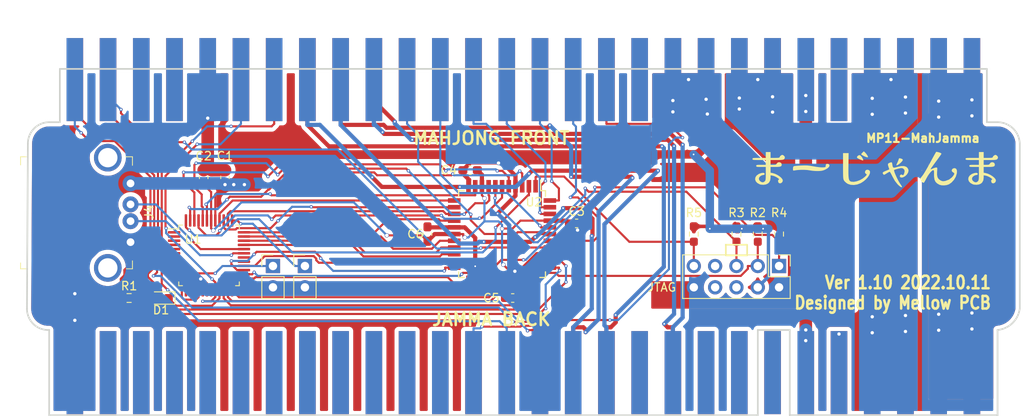
<source format=kicad_pcb>
(kicad_pcb (version 20211014) (generator pcbnew)
  (layers (0 "F.Cu" signal) (31 "B.Cu" signal) (34 "B.Paste" user) (35 "F.Paste" user) (36 "B.SilkS" user "B.Silkscreen") (37 "F.SilkS" user "F.Silkscreen") (38 "B.Mask" user) (39 "F.Mask" user) (44 "Edge.Cuts" user))
  (net 0 "")
  (net 1 "GND")
  (net 2 "/S-")
  (net 3 "/S+")
  (net 4 "/1PC")
  (net 5 "/SVC")
  (net 6 "/TEST")
  (net 7 "/TXD")
  (net 8 "+3.3V")
  (net 9 "/BOOT")
  (net 10 "VCC")
  (net 11 "/B")
  (net 12 "/R")
  (net 13 "/12V")
  (net 14 "/-5V")
  (net 15 "/CSYNC")
  (net 16 "/G")
  (net 17 "/H1_DP")
  (net 18 "/H1_DM")
  (net 19 "/M5")
  (net 21 "/LED")
  (net 22 "Net-(D1-Pad2)")
  (net 23 "/TCK")
  (net 24 "/TDO")
  (net 25 "/TMS")
  (net 29 "/TDI")
  (net 78 "/M11")
  (net 79 "/M1")
  (net 80 "/M3")
  (net 81 "/M4")
  (net 82 "/M7")
  (net 83 "/M8")
  (net 84 "/M6")
  (net 85 "/M9")
  (net 86 "/M2")
  (net 87 "/M10")
  (net 105 "/COIN")
  (net 106 "/S_RON")
  (net 107 "/S_REACH")
  (net 108 "/S_KAN")
  (net 109 "/S_PON")
  (net 110 "/S_CHI")
  (net 111 "/S_N")
  (net 112 "/S_M")
  (net 113 "/S_L")
  (net 114 "/S_K")
  (net 115 "/S_J")
  (net 116 "/S_I")
  (net 117 "/S_H")
  (net 118 "/S_G")
  (net 119 "/S_F")
  (net 120 "/S_E")
  (net 121 "/S_D")
  (net 122 "/S_C")
  (net 123 "/S_B")
  (net 124 "/S_A")
  (net 125 "/S_START")
  (footprint "toyoshim:Connector_Edge_3.96mm_02x28_Row_JAMMA" (layer "F.Cu") (at 154.94 51.435)
    (fp_text reference "J5" hide)
    (fp_text value "MAHJONG")
  )
  (footprint "Connector_PinHeader_2.54mm:PinHeader_2x05_P2.54mm_Vertical" (layer "F.Cu") (at 185.415 73.655 -90)
    (fp_text reference "J6" hide)
    (fp_text value "JTAG")
  )
  (footprint "Package_QFP:TQFP-44_10x10mm_P0.8mm" (layer "F.Cu") (at 152.4 69.85 -90)
    (fp_text reference "U2")
    (fp_text value "EPM3032A(TQFP)")
  )
  (footprint "Capacitor_SMD:C_0603_1608Metric_Pad1.08x0.95mm_HandSolder" (layer "F.Cu") (at 143.51 69.85 90)
    (fp_text reference "C6")
    (fp_text value "0.1u")
  )
  (footprint "Resistor_SMD:R_0603_1608Metric_Pad0.98x0.95mm_HandSolder" (layer "F.Cu") (at 180.34 69.85 90)
    (fp_text reference "R3")
    (fp_text value "10K")
  )
  (footprint "Connector_PinHeader_2.54mm:PinHeader_1x02_P2.54mm_Vertical" (layer "F.Cu") (at 125.095 73.655)
    (fp_text reference "J3" hide)
    (fp_text value "BOOT")
  )
  (footprint "Connector_PinHeader_2.54mm:PinHeader_1x02_P2.54mm_Vertical" (layer "F.Cu") (at 128.905 73.655)
    (fp_text reference "J2" hide)
    (fp_text value "UART")
  )
  (footprint "Resistor_SMD:R_0603_1608Metric_Pad0.98x0.95mm_HandSolder" (layer "F.Cu") (at 182.88 69.85 90)
    (fp_text reference "R2")
    (fp_text value "10K")
  )
  (footprint "Capacitor_SMD:C_0603_1608Metric_Pad1.08x0.95mm_HandSolder" (layer "F.Cu") (at 161.29 68.58)
    (fp_text reference "C3")
    (fp_text value "0.1u")
  )
  (footprint "Resistor_SMD:R_0603_1608Metric_Pad0.98x0.95mm_HandSolder" (layer "F.Cu") (at 185.42 69.85 -90)
    (fp_text reference "R4")
    (fp_text value "10K")
  )
  (footprint "toyoshim:mahjamma" (layer "F.Cu") (at 196.85 62.23)
    (fp_text reference "G1" hide)
    (fp_text value "LOGO" hide)
  )
  (footprint "Resistor_SMD:R_0603_1608Metric_Pad0.98x0.95mm_HandSolder" (layer "F.Cu") (at 175.26 69.85 90)
    (fp_text reference "R5")
    (fp_text value "10K")
  )
  (footprint "LED_SMD:LED_0603_1608Metric_Pad1.05x0.95mm_HandSolder" (layer "F.Cu") (at 111.76 77.47 180)
    (fp_text reference "D1")
    (fp_text value "LED")
  )
  (footprint "Capacitor_SMD:C_0603_1608Metric_Pad1.08x0.95mm_HandSolder" (layer "F.Cu") (at 148.59 62.23 180)
    (fp_text reference "C4")
    (fp_text value "0.1u")
  )
  (footprint "digikey:USB_A_Female_UE27AC54100" (layer "F.Cu") (at 105.41 67.31 -90)
    (fp_text reference "J4")
    (fp_text value "USB_A")
  )
  (footprint "Capacitor_SMD:C_0603_1608Metric_Pad1.08x0.95mm_HandSolder" (layer "F.Cu") (at 153.67 77.47)
    (fp_text reference "C5")
    (fp_text value "0.1u")
  )
  (footprint "Resistor_SMD:R_0603_1608Metric_Pad0.98x0.95mm_HandSolder" (layer "F.Cu") (at 107.95 77.47)
    (fp_text reference "R1")
    (fp_text value "1K")
  )
  (footprint "Capacitor_SMD:C_0603_1608Metric_Pad1.08x0.95mm_HandSolder" (layer "F.Cu") (at 119.38 63.0925 90)
    (fp_text reference "C1")
    (fp_text value "100n")
  )
  (footprint "Capacitor_SMD:C_0603_1608Metric_Pad1.08x0.95mm_HandSolder" (layer "F.Cu") (at 116.84 63.0925 90)
    (fp_text reference "C2")
    (fp_text value "4.7u")
  )
  (footprint "Package_QFP:LQFP-48_7x7mm_P0.5mm" (layer "F.Cu") (at 117.475 72.39)
    (fp_text reference "U1")
    (fp_text value "CH559")
  )
  (footprint "toyoshim:Connector_Edge_3.96mm_02x28_Row_JAMMA" (layer "B.Cu") (at 154.94 86.36 180)
    (fp_text reference "J1" hide)
    (fp_text value "JAMMA")
  )
  (gr_rect (start 179.07 71.12) (end 181.61 72.39) (layer "F.SilkS") (width 0.2) (fill none))
  (gr_line (start 182.88 81.28) (end 186.69 81.28) (layer "Edge.Cuts") (width 0.2))
  (gr_line (start 210.185 56.515) (end 211.455 56.515) (layer "Edge.Cuts") (width 0.2))
  (gr_line (start 210.185 50.165) (end 210.185 56.515) (layer "Edge.Cuts") (width 0.2))
  (gr_arc (start 211.455 56.515) (mid 213.289975 57.252603) (end 214.103949 59.055) (layer "Edge.Cuts") (width 0.2))
  (gr_line (start 95.885 59.055) (end 95.776051 78.74) (layer "Edge.Cuts") (width 0.2))
  (gr_line (start 186.69 81.28) (end 186.69 91.44) (layer "Edge.Cuts") (width 0.2))
  (gr_arc (start 214.103949 78.74) (mid 213.221386 80.470858) (end 211.455 81.28) (layer "Edge.Cuts") (width 0.2))
  (gr_line (start 98.425 91.44) (end 182.88 91.44) (layer "Edge.Cuts") (width 0.2))
  (gr_arc (start 95.885 59.055) (mid 96.628949 57.258949) (end 98.425 56.515) (layer "Edge.Cuts") (width 0.2))
  (gr_line (start 99.695 50.165) (end 210.185 50.165) (layer "Edge.Cuts") (width 0.2))
  (gr_line (start 214.103949 59.055) (end 214.103949 78.74) (layer "Edge.Cuts") (width 0.2))
  (gr_line (start 182.88 91.44) (end 182.88 81.28) (layer "Edge.Cuts") (width 0.2))
  (gr_line (start 99.695 56.515) (end 98.425 56.515) (layer "Edge.Cuts") (width 0.2))
  (gr_line (start 99.695 50.165) (end 99.695 56.515) (layer "Edge.Cuts") (width 0.2))
  (gr_line (start 98.425 81.28) (end 98.425 91.44) (layer "Edge.Cuts") (width 0.2))
  (gr_arc (start 98.425 81.28) (mid 96.553448 80.580542) (end 95.776051 78.74) (layer "Edge.Cuts") (width 0.2))
  (gr_line (start 211.455 91.44) (end 211.455 81.28) (layer "Edge.Cuts") (width 0.2))
  (gr_line (start 186.69 91.44) (end 211.455 91.44) (layer "Edge.Cuts") (width 0.2))
  (gr_text "MP11-MahJamma" (at 202.565 58.42) (layer "F.SilkS") (effects (font (size 1 1) (thickness 0.25))))
  (gr_text "JAMMA BACK" (at 151.13 80.01) (layer "F.SilkS") (effects (font (size 1.5 1.5) (thickness 0.3))))
  (gr_text "Ver 1.10 2022.10.11\nDesigned by Mellow PCB" (at 210.82 76.835) (layer "F.SilkS") (effects (font (size 1.5 1.25) (thickness 0.3)) (justify right)))
  (gr_text "MAHJONG FRONT" (at 151.13 58.42) (layer "F.SilkS") (effects (font (size 1.5 1.5) (thickness 0.3))))
  (segment (start 117.32 51.435) (end 117.32 56.035) (width 1.5) (layer "F.Cu") (net 1))
  (segment (start 186.665 70.1825) (end 186.665 74.945) (width 0.4) (layer "F.Cu") (net 1))
  (segment (start 154 74.3) (end 154.498818 74.3) (width 0.5) (layer "F.Cu") (net 1))
  (segment (start 208.4 53.855) (end 208.4 55.76) (width 1.5) (layer "F.Cu") (net 1))
  (segment (start 117.32 51.435) (end 117.32 56.035) (width 1.5) (layer "F.Cu") (net 1))
  (segment (start 101.48 83.82) (end 101.48 80.13) (width 1.5) (layer "F.Cu") (net 1))
  (segment (start 104.45 70.81) (end 108.12 70.81) (width 1.5) (layer "F.Cu") (net 1))
  (segment (start 172.76 51.435) (end 172.76 55.395) (width 1.5) (layer "F.Cu") (net 1))
  (segment (start 156.548818 72.25) (end 158.1 72.25) (width 0.5) (layer "F.Cu") (net 1))
  (segment (start 186.665 74.945) (end 185.415 76.195) (width 0.4) (layer "F.Cu") (net 1))
  (segment (start 154 76.9375) (end 154.532 77.47) (width 0.5) (layer "F.Cu") (net 1))
  (segment (start 153.925 74.2825) (end 153.9825 74.2825) (width 0.25) (layer "F.Cu") (net 1))
  (segment (start 148.652 61.305) (end 147.728 62.23) (width 0.5) (layer "F.Cu") (net 1))
  (segment (start 149.2 73.685) (end 149.2 70.3) (width 0.5) (layer "F.Cu") (net 1))
  (segment (start 149.2 70.3) (end 148.0878 69.1878) (width 0.5) (layer "F.Cu") (net 1))
  (segment (start 204.44 79.405) (end 204.44 81.31) (width 1.5) (layer "F.Cu") (net 1))
  (segment (start 101.48 83.82) (end 101.48 86.36) (width 0.25) (layer "F.Cu") (net 1))
  (segment (start 152.405 61.305) (end 152.0581 61.305) (width 0.5) (layer "F.Cu") (net 1))
  (segment (start 154 75.55) (end 154 76.9375) (width 0.5) (layer "F.Cu") (net 1))
  (segment (start 148.476 64.0745) (end 148.4 64.15) (width 0.5) (layer "F.Cu") (net 1))
  (segment (start 149.2 75.55) (end 149.2 73.685) (width 0.5) (layer "F.Cu") (net 1))
  (segment (start 204.44 83.82) (end 204.44 81.31) (width 1.5) (layer "F.Cu") (net 1))
  (segment (start 208.4 55.76) (end 208.4 79.255) (width 1.5) (layer "F.Cu") (net 1))
  (segment (start 148.0878 69.1878) (end 147.95 69.05) (width 0.5) (layer "F.Cu") (net 1))
  (segment (start 154.5325 77.47) (end 154.532 77.47) (width 0.25) (layer "F.Cu") (net 1))
  (segment (start 117.32 56.035) (end 117.32 61.75) (width 1.5) (layer "F.Cu") (net 1))
  (segment (start 117.32 61.75) (end 116.84 62.23) (width 1.5) (layer "F.Cu") (net 1))
  (segment (start 208.4 51.435) (end 208.4 53.855) (width 1.5) (layer "F.Cu") (net 1))
  (segment (start 153.9825 74.2825) (end 154 74.3) (width 0.25) (layer "F.Cu") (net 1))
  (segment (start 152.0581 61.305) (end 148.652 61.305) (width 0.5) (layer "F.Cu") (net 1))
  (segment (start 146.7 69.05) (end 143.572 69.05) (width 0.5) (layer "F.Cu") (net 1))
  (segment (start 117.225 75.7131) (end 117.225 76.5525) (width 0.25) (layer "F.Cu") (net 1))
  (segment (start 116.7088 75.1969) (end 117.225 75.7131) (width 0.25) (layer "F.Cu") (net 1))
  (segment (start 147.728 62.23) (end 147.728 62.6375) (width 0.5) (layer "F.Cu") (net 1))
  (segment (start 154 75.55) (end 154 74.3) (width 0.5) (layer "F.Cu") (net 1))
  (segment (start 204.44 54.005) (end 204.44 79.405) (width 1.5) (layer "F.Cu") (net 1))
  (segment (start 161.3968 69.3761) (end 162.1525 68.6204) (width 0.4) (layer "F.Cu") (net 1))
  (segment (start 147.7275 62.23) (end 147.728 62.23) (width 0.25) (layer "F.Cu") (net 1))
  (segment (start 154 62.9) (end 152.405 61.305) (width 0.5) (layer "F.Cu") (net 1))
  (segment (start 101.48 80.13) (end 101.48 76.955) (width 1.5) (layer "F.Cu") (net 1))
  (segment (start 204.44 51.435) (end 204.44 54.005) (width 1.5) (layer "F.Cu") (net 1))
  (segment (start 117.8 62.23) (end 119.38 62.23) (width 1.5) (layer "F.Cu") (net 1))
  (segment (start 154.498818 74.3) (end 156.548818 72.25) (width 0.5) (layer "F.Cu") (net 1))
  (segment (start 172.76 51.435) (end 174.625 51.435) (width 1.5) (layer "F.Cu") (net 1))
  (segment (start 148.476 63.3855) (end 148.476 64.0745) (width 0.5) (layer "F.Cu") (net 1))
  (segment (start 116.4868 75.1969) (end 116.7088 75.1969) (width 0.25) (layer "F.Cu") (net 1))
  (segment (start 101.48 76.955) (end 101.48 73.78) (width 1.5) (layer "F.Cu") (net 1))
  (segment (start 151.9779 61.3852) (end 152.0581 61.305) (width 0.25) (layer "F.Cu") (net 1))
  (segment (start 208.4 79.255) (end 208.4 81.16) (width 1.5) (layer "F.Cu") (net 1))
  (segment (start 143.572 69.05) (end 143.51 68.9875) (width 0.5) (layer "F.Cu") (net 1))
  (segment (start 208.4 81.16) (end 208.4 83.82) (width 1.5) (layer "F.Cu") (net 1))
  (segment (start 101.48 73.78) (end 104.45 70.81) (width 1.5) (layer "F.Cu") (net 1))
  (segment (start 147.728 62.6375) (end 148.476 63.3855) (width 0.5) (layer "F.Cu") (net 1))
  (segment (start 154 65.275) (end 151.865 67.41) (width 0.5) (layer "F.Cu") (net 1))
  (segment (start 117.32 61.75) (end 117.8 62.23) (width 1.5) (layer "F.Cu") (net 1))
  (segment (start 185.42 68.9375) (end 186.665 70.1825) (width 0.4) (layer "F.Cu") (net 1))
  (segment (start 204.44 51.435) (end 208.4 51.435) (width 1.5) (layer "F.Cu") (net 1))
  (segment (start 162.1525 68.6204) (end 162.1525 68.58) (width 0.25) (layer "F.Cu") (net 1))
  (segment (start 208.4 83.82) (end 204.44 83.82) (width 1.5) (layer "F.Cu") (net 1))
  (segment (start 147.95 69.05) (end 146.7 69.05) (width 0.5) (layer "F.Cu") (net 1))
  (segment (start 154 64.15) (end 154 65.275) (width 0.5) (layer "F.Cu") (net 1))
  (segment (start 154 64.15) (end 154 62.9) (width 0.5) (layer "F.Cu") (net 1))
  (segment (start 174.625 51.435) (end 176.72 51.435) (width 1.5) (layer "F.Cu") (net 1))
  (via (at 153.925 74.2825) (size 0.5) (drill 0.4) (layers "F.Cu" "B.Cu") (net 1))
  (via (at 176.72 53.785) (size 0.4) (drill 0.4) (layers "F.Cu" "B.Cu") (net 1))
  (via (at 204.44 79.405) (size 0.4) (drill 0.4) (layers "F.Cu" "B.Cu") (net 1))
  (via (at 172.76 53.935) (size 0.4) (drill 0.4) (layers "F.Cu" "B.Cu") (net 1))
  (via (at 208.4 81.16) (size 0.4) (drill 0.4) (layers "F.Cu" "B.Cu") (net 1))
  (via (at 174.625 51.435) (size 0.4) (drill 0.4) (layers "F.Cu" "B.Cu") (net 1))
  (via (at 208.4 79.255) (size 0.4) (drill 0.4) (layers "F.Cu" "B.Cu") (net 1))
  (via (at 208.4 55.76) (size 0.4) (drill 0.4) (layers "F.Cu" "B.Cu") (net 1))
  (via (at 117.32 56.035) (size 0.4) (drill 0.4) (layers "F.Cu" "B.Cu") (net 1))
  (via (at 204.44 55.91) (size 0.4) (drill 0.4) (layers "F.Cu" "B.Cu") (net 1))
  (via (at 151.9779 61.3852) (size 0.5) (drill 0.4) (layers "F.Cu" "B.Cu") (net 1))
  (via (at 151.865 67.41) (size 0.4) (drill 0.2) (layers "F.Cu" "B.Cu") (net 1))
  (via (at 116.4868 75.1969) (size 0.5) (drill 0.4) (layers "F.Cu" "B.Cu") (net 1))
  (via (at 204.44 81.31) (size 0.4) (drill 0.4) (layers "F.Cu" "B.Cu") (net 1))
  (via (at 176.868 55.5425) (size 0.4) (drill 0.4) (layers "F.Cu" "B.Cu") (net 1))
  (via (at 204.44 54.005) (size 0.4) (drill 0.4) (layers "F.Cu" "B.Cu") (net 1))
  (via (at 101.48 80.13) (size 0.4) (drill 0.4) (layers "F.Cu" "B.Cu") (net 1))
  (via (at 149.2 73.685) (size 0.4) (drill 0.2) (layers "F.Cu" "B.Cu") (net 1))
  (via (at 101.48 76.955) (size 0.4) (drill 0.4) (layers "F.Cu" "B.Cu") (net 1))
  (via (at 161.3968 69.3761) (size 0.5) (drill 0.4) (layers "F.Cu" "B.Cu") (net 1))
  (via (at 172.76 55.285) (size 0.4) (drill 0.4) (layers "F.Cu" "B.Cu") (net 1))
  (via (at 208.4 53.855) (size 0.4) (drill 0.4) (layers "F.Cu" "B.Cu") (net 1))
  (segment (start 187.325 75.487081) (end 187.325 64.77) (width 1) (layer "B.Cu") (net 1))
  (segment (start 183.555 62.23) (end 197.525 62.23) (width 1.5) (layer "B.Cu") (net 1))
  (segment (start 182.245 64.77) (end 187.325 64.77) (width 1.5) (layer "B.Cu") (net 1))
  (segment (start 149.23 76.195) (end 153.255 76.195) (width 1) (layer "B.Cu") (net 1))
  (segment (start 187.325 64.77) (end 198.755 64.77) (width 1.5) (layer "B.Cu") (net 1))
  (segment (start 204.44 59.085) (end 208.4 55.125) (width 1.5) (layer "B.Cu") (net 1))
  (segment (start 172.76 55.285) (end 182.245 64.77) (width 1.5) (layer "B.Cu") (net 1))
  (segment (start 101.48 61.08) (end 101.48 73.78) (width 1.5) (layer "B.Cu") (net 1))
  (segment (start 172.76 53.935) (end 172.76 51.435) (width 1.5) (layer "B.Cu") (net 1))
  (segment (start 204.44 55.91) (end 204.44 55.315) (width 1.5) (layer "B.Cu") (net 1))
  (segment (start 198.755 64.77) (end 204.44 59.085) (width 1.5) (layer "B.Cu") (net 1))
  (segment (start 204.44 55.315) (end 204.44 55.26) (width 1.5) (layer "B.Cu") (net 1))
  (segment (start 108.895 70.81) (end 114.28 76.195) (width 1) (layer "B.Cu") (net 1))
  (segment (start 104.45 70.81) (end 101.48 73.78) (width 1.5) (layer "B.Cu") (net 1))
  (segment (start 172.76 51.435) (end 172.76 53.935) (width 1.5) (layer "B.Cu") (net 1))
  (segment (start 101.48 61.08) (end 101.48 73.78) (width 1.5) (layer "B.Cu") (net 1))
  (segment (start 176.868 55.5425) (end 183.555 62.23) (width 1.5) (layer "B.Cu") (net 1))
  (segment (start 204.44 55.26) (end 204.44 54.005) (width 1.5) (layer "B.Cu") (net 1))
  (segment (start 208.4 81.16) (end 208.4 83.82) (width 1.5) (layer "B.Cu") (net 1))
  (segment (start 125.095 76.195) (end 128.905 76.195) (width 1) (layer "B.Cu") (net 1))
  (segment (start 183.505 78.105) (end 185.415 76.195) (width 1) (layer "B.Cu") (net 1))
  (segment (start 208.4 55.125) (end 208.4 51.435) (width 1.5) (layer "B.Cu") (net 1))
  (segment (start 197.525 62.23) (end 204.44 55.315) (width 1.5) (layer "B.Cu") (net 1))
  (segment (start 208.4 51.435) (end 208.4 55.125) (width 1.5) (layer "B.Cu") (net 1))
  (segment (start 101.48 79.89) (end 101.48 80.13) (width 1.5) (layer "B.Cu") (net 1))
  (segment (start 176.72 53.785) (end 176.72 55.395) (width 1.5) (layer "B.Cu") (net 1))
  (segment (start 153.255 76.195) (end 160.445 69.005) (width 1) (layer "B.Cu") (net 1))
  (segment (start 101.48 76.955) (end 101.48 74.908) (width 1.5) (layer "B.Cu") (net 1))
  (segment (start 204.44 54.005) (end 204.44 53.3475) (width 1.5) (layer "B.Cu") (net 1))
  (segment (start 204.44 81.31) (end 204.44 79.405) (width 1.5) (layer "B.Cu") (net 1))
  (segment (start 101.48 80.13) (end 101.48 79.89) (width 1.5) (layer "B.Cu") (net 1))
  (segment (start 204.44 79.405) (end 204.44 59.085) (width 1.5) (layer "B.Cu") (net 1))
  (segment (start 172.76 56.69) (end 172.76 55.285) (width 1) (layer "B.Cu") (net 1))
  (segment (start 101.48 79.89) (end 101.48 76.955) (width 1.5) (layer "B.Cu") (net 1))
  (segment (start 117.32 55.395) (end 115.38 57.3345) (width 1.5) (layer "B.Cu") (net 1))
  (segment (start 204.44 55.315) (end 204.44 55.26) (width 1.5) (layer "B.Cu") (net 1))
  (segment (start 101.48 74.908) (end 101.48 76.955) (width 1.5) (layer "B.Cu") (net 1))
  (segment (start 101.48 73.78) (end 101.48 74.908) (width 1.5) (layer "B.Cu") (net 1))
  (segment (start 115.38 57.3345) (end 105.139 57.3345) (width 1.5) (layer "B.Cu") (net 1))
  (segment (start 105.139 57.3345) (end 101.48 60.993) (width 1.5) (layer "B.Cu") (net 1))
  (segment (start 101.48 60.993) (end 101.48 61.08) (width 1.5) (layer "B.Cu") (net 1))
  (segment (start 204.44 53.3475) (end 204.44 51.435) (width 1.5) (layer "B.Cu") (net 1))
  (segment (start 204.44 51.435) (end 208.4 51.435) (width 1.5) (layer "B.Cu") (net 1))
  (segment (start 117.32 51.435) (end 117.32 55.395) (width 1.5) (layer "B.Cu") (net 1))
  (segment (start 149.2 76.165) (end 149.23 76.195) (width 0.5) (layer "B.Cu") (net 1))
  (segment (start 153.255 68.8) (end 153.255 76.195) (width 0.5) (layer "B.Cu") (net 1))
  (segment (start 204.44 53.3475) (end 204.44 51.435) (width 1.5) (layer "B.Cu") (net 1))
  (segment (start 149.2 73.685) (end 149.2 76.165) (width 0.5) (layer "B.Cu") (net 1))
  (segment (start 204.44 83.82) (end 204.44 81.31) (width 1.5) (layer "B.Cu") (net 1))
  (segment (start 177.165 78.105) (end 183.505 78.105) (width 1) (layer "B.Cu") (net 1))
  (segment (start 156.92 79.86) (end 156.92 83.82) (width 1.5) (layer "B.Cu") (net 1))
  (segment (start 176.72 51.435) (end 176.72 53.785) (width 1.5) (layer "B.Cu") (net 1))
  (segment (start 174.625 51.435) (end 172.76 51.435) (width 1.5) (layer "B.Cu") (net 1))
  (segment (start 151.865 67.41) (end 153.255 68.8) (width 0.5) (layer "B.Cu") (net 1))
  (segment (start 208.4 79.255) (end 208.4 81.16) (width 1.5) (layer "B.Cu") (net 1))
  (segment (start 128.905 76.195) (end 149.23 76.195) (width 1) (layer "B.Cu") (net 1))
  (segment (start 101.48 76.955) (end 101.48 79.89) (width 1.5) (layer "B.Cu") (net 1))
  (segment (start 186.617081 76.195) (end 187.325 75.487081) (width 1) (layer "B.Cu") (net 1))
  (segment (start 176.72 51.435) (end 174.625 51.435) (width 1.5) (layer "B.Cu") (net 1))
  (segment (start 208.4 55.125) (end 208.4 79.255) (width 1.5) (layer "B.Cu") (net 1))
  (segment (start 114.28 76.195) (end 125.095 76.195) (width 1) (layer "B.Cu") (net 1))
  (segment (start 101.48 73.78) (end 101.48 74.908) (width 1.5) (layer "B.Cu") (net 1))
  (segment (start 101.48 76.955) (end 101.48 79.89) (width 1.5) (layer "B.Cu") (net 1))
  (segment (start 208.4 83.82) (end 204.44 83.82) (width 1.5) (layer "B.Cu") (net 1))
  (segment (start 101.48 73.78) (end 101.48 74.908) (width 1.5) (layer "B.Cu") (net 1))
  (segment (start 185.415 76.195) (end 186.617081 76.195) (width 1) (layer "B.Cu") (net 1))
  (segment (start 161.0257 69.005) (end 160.445 69.005) (width 0.4) (layer "B.Cu") (net 1))
  (segment (start 172.76 55.285) (end 172.76 53.935) (width 1.5) (layer "B.Cu") (net 1))
  (segment (start 172.76 53.935) (end 172.76 55.285) (width 1.5) (layer "B.Cu") (net 1))
  (segment (start 101.48 74.908) (end 101.48 76.955) (width 1.5) (layer "B.Cu") (net 1))
  (segment (start 204.44 59.085) (end 204.44 55.91) (width 1.5) (layer "B.Cu") (net 1))
  (segment (start 161.3968 69.3761) (end 161.0257 69.005) (width 0.4) (layer "B.Cu") (net 1))
  (segment (start 153.255 76.195) (end 156.92 79.86) (width 1) (layer "B.Cu") (net 1))
  (segment (start 204.44 54.005) (end 204.44 53.3475) (width 1.5) (layer "B.Cu") (net 1))
  (segment (start 108.12 70.81) (end 104.45 70.81) (width 1.5) (layer "B.Cu") (net 1))
  (segment (start 160.445 69.005) (end 172.76 56.69) (width 1) (layer "B.Cu") (net 1))
  (segment (start 176.72 55.395) (end 176.868 55.5425) (width 1.5) (layer "B.Cu") (net 1))
  (segment (start 204.44 55.26) (end 204.44 54.005) (width 1.5) (layer "B.Cu") (net 1))
  (segment (start 175.255 76.195) (end 177.165 78.105) (width 1) (layer "B.Cu") (net 1))
  (segment (start 172.9004 59.365) (end 172.1461 58.6107) (width 0.5) (layer "F.Cu") (net 2))
  (segment (start 137.12 53.9639) (end 137.12 51.435) (width 0.5) (layer "F.Cu") (net 2))
  (segment (start 172.1461 58.6107) (end 141.6915 58.6107) (width 0.5) (layer "F.Cu") (net 2))
  (segment (start 172.76 86.36) (end 172.76 80.9597) (width 0.5) (layer "F.Cu") (net 2))
  (segment (start 172.1426 80.9597) (end 171.7329 80.55) (width 0.5) (layer "F.Cu") (net 2))
  (segment (start 172.76 80.9597) (end 172.1426 80.9597) (width 0.5) (layer "F.Cu") (net 2))
  (segment (start 139.6136 56.4575) (end 137.12 53.9639) (width 0.5) (layer "F.Cu") (net 2))
  (via (at 141.6915 58.6107) (size 0.4) (drill 0.2) (layers "F.Cu" "B.Cu") (net 2))
  (via (at 171.7329 80.55) (size 0.4) (drill 0.2) (layers "F.Cu" "B.Cu") (net 2))
  (via (at 139.6136 56.4575) (size 0.4) (drill 0.2) (layers "F.Cu" "B.Cu") (net 2))
  (via (at 172.9004 59.365) (size 0.4) (drill 0.2) (layers "F.Cu" "B.Cu") (net 2))
  (segment (start 171.7329 80.55) (end 172.9004 79.3825) (width 0.5) (layer "B.Cu") (net 2))
  (segment (start 139.6136 56.661) (end 139.6136 56.4575) (width 0.5) (layer "B.Cu") (net 2))
  (segment (start 172.9004 79.3825) (end 172.9004 59.365) (width 0.5) (layer "B.Cu") (net 2))
  (segment (start 141.6915 58.6107) (end 141.5633 58.6107) (width 0.5) (layer "B.Cu") (net 2))
  (segment (start 141.5633 58.6107) (end 139.6136 56.661) (width 0.5) (layer "B.Cu") (net 2))
  (segment (start 138.3631 57.9102) (end 172.5114 57.9102) (width 0.5) (layer "F.Cu") (net 3))
  (segment (start 173.8035 59.2023) (end 173.9233 59.2023) (width 0.5) (layer "F.Cu") (net 3))
  (segment (start 172.5114 57.9102) (end 173.8035 59.2023) (width 0.5) (layer "F.Cu") (net 3))
  (segment (start 138.1494 57.6965) (end 138.3631 57.9102) (width 0.5) (layer "F.Cu") (net 3))
  (via (at 173.9233 59.2023) (size 0.4) (drill 0.2) (layers "F.Cu" "B.Cu") (net 3))
  (via (at 138.1494 57.6965) (size 0.4) (drill 0.2) (layers "F.Cu" "B.Cu") (net 3))
  (segment (start 172.76 86.36) (end 172.76 80.9597) (width 0.5) (layer "B.Cu") (net 3))
  (segment (start 172.76 80.9597) (end 173.9233 79.7964) (width 0.5) (layer "B.Cu") (net 3))
  (segment (start 173.9233 79.7964) (end 173.9233 59.2023) (width 0.5) (layer "B.Cu") (net 3))
  (segment (start 137.2882 56.8353) (end 138.1494 57.6965) (width 0.5) (layer "B.Cu") (net 3))
  (segment (start 137.12 51.435) (end 137.12 56.8353) (width 0.5) (layer "B.Cu") (net 3))
  (segment (start 137.12 56.8353) (end 137.2882 56.8353) (width 0.5) (layer "B.Cu") (net 3))
  (segment (start 154.5905 80.8824) (end 154.6943 80.7786) (width 0.25) (layer "F.Cu") (net 4))
  (segment (start 156.07778 80.7786) (end 156.76018 80.0962) (width 0.25) (layer "F.Cu") (net 4))
  (segment (start 164.84 51.435) (end 164.84 56.7103) (width 0.25) (layer "F.Cu") (net 4))
  (segment (start 156.76018 80.0962) (end 165.2532 80.0962) (width 0.25) (layer "F.Cu") (net 4))
  (segment (start 172.2654 56.7103) (end 164.84 56.7103) (width 0.25) (layer "F.Cu") (net 4))
  (segment (start 154.6943 80.7786) (end 156.07778 80.7786) (width 0.25) (layer "F.Cu") (net 4))
  (segment (start 150.0024 80.8824) (end 154.5905 80.8824) (width 0.25) (layer "F.Cu") (net 4))
  (segment (start 173.9043 58.3492) (end 172.2654 56.7103) (width 0.25) (layer "F.Cu") (net 4))
  (via (at 165.2532 80.0962) (size 0.4) (drill 0.2) (layers "F.Cu" "B.Cu") (net 4))
  (via (at 150.0024 80.8824) (size 0.4) (drill 0.2) (layers "F.Cu" "B.Cu") (net 4))
  (via (at 173.9043 58.3492) (size 0.4) (drill 0.2) (layers "F.Cu" "B.Cu") (net 4))
  (segment (start 149 81.0847) (end 149.8001 81.0847) (width 0.25) (layer "B.Cu") (net 4))
  (segment (start 172.2909 59.1354) (end 173.0771 58.3492) (width 0.25) (layer "B.Cu") (net 4))
  (segment (start 149.8001 81.0847) (end 150.0024 80.8824) (width 0.25) (layer "B.Cu") (net 4))
  (segment (start 166.226 80.0962) (end 172.2909 74.0313) (width 0.25) (layer "B.Cu") (net 4))
  (segment (start 149 86.36) (end 149 81.0847) (width 0.25) (layer "B.Cu") (net 4))
  (segment (start 165.2532 80.0962) (end 166.226 80.0962) (width 0.25) (layer "B.Cu") (net 4))
  (segment (start 173.0771 58.3492) (end 173.9043 58.3492) (width 0.25) (layer "B.Cu") (net 4))
  (segment (start 172.2909 74.0313) (end 172.2909 59.1354) (width 0.25) (layer "B.Cu") (net 4))
  (segment (start 156.7469 81.2578) (end 156.92 81.0847) (width 0.25) (layer "F.Cu") (net 5))
  (segment (start 116.0596 59.1419) (end 112.288004 62.913496) (width 0.25) (layer "F.Cu") (net 5))
  (segment (start 155.9799 81.297) (end 156.0191 81.2578) (width 0.25) (layer "F.Cu") (net 5))
  (segment (start 118.225 76.5525) (end 118.225 75.6011) (width 0.25) (layer "F.Cu") (net 5))
  (segment (start 117.7205 77.861) (end 118.225 77.3565) (width 0.25) (layer "F.Cu") (net 5))
  (segment (start 155.4356 81.3721) (end 155.5107 81.297) (width 0.25) (layer "F.Cu") (net 5))
  (segment (start 112.288004 62.913496) (end 112.288004 69.085401) (width 0.25) (layer "F.Cu") (net 5))
  (segment (start 118.225 75.6011) (end 117.8358 75.2119) (width 0.25) (layer "F.Cu") (net 5))
  (segment (start 155.5107 81.297) (end 155.9799 81.297) (width 0.25) (layer "F.Cu") (net 5))
  (segment (start 112.288004 69.085401) (end 112.363003 69.1604) (width 0.25) (layer "F.Cu") (net 5))
  (segment (start 156.92 86.36) (end 156.92 81.0847) (width 0.25) (layer "F.Cu") (net 5))
  (segment (start 156.0191 81.2578) (end 156.7469 81.2578) (width 0.25) (layer "F.Cu") (net 5))
  (segment (start 116.7298 77.861) (end 117.7205 77.861) (width 0.25) (layer "F.Cu") (net 5))
  (segment (start 118.225 77.3565) (end 118.225 76.5525) (width 0.25) (layer "F.Cu") (net 5))
  (via (at 112.363003 69.1604) (size 0.4) (drill 0.2) (layers "F.Cu" "B.Cu") (net 5))
  (via (at 116.0596 59.1419) (size 0.4) (drill 0.2) (layers "F.Cu" "B.Cu") (net 5))
  (via (at 155.4356 81.3721) (size 0.4) (drill 0.2) (layers "F.Cu" "B.Cu") (net 5))
  (via (at 117.8358 75.2119) (size 0.4) (drill 0.2) (layers "F.Cu" "B.Cu") (net 5))
  (via (at 116.7298 77.861) (size 0.4) (drill 0.2) (layers "F.Cu" "B.Cu") (net 5))
  (segment (start 155.4356 81.2999) (end 151.9967 77.861) (width 0.25) (layer "B.Cu") (net 5))
  (segment (start 121.28 51.435) (end 121.28 56.7103) (width 0.25) (layer "B.Cu") (net 5))
  (segment (start 118.8484 59.1419) (end 121.28 56.7103) (width 0.25) (layer "B.Cu") (net 5))
  (segment (start 155.4356 81.3721) (end 155.4356 81.2999) (width 0.25) (layer "B.Cu") (net 5))
  (segment (start 116.0596 59.1419) (end 118.8484 59.1419) (width 0.25) (layer "B.Cu") (net 5))
  (segment (start 151.9967 77.861) (end 116.7298 77.861) (width 0.25) (layer "B.Cu") (net 5))
  (segment (start 117.8358 75.2119) (end 112.363003 69.739103) (width 0.25) (layer "B.Cu") (net 5))
  (segment (start 112.363003 69.739103) (end 112.363003 69.1604) (width 0.25) (layer "B.Cu") (net 5))
  (segment (start 124.9386 57.0117) (end 125.24 56.7103) (width 0.25) (layer "F.Cu") (net 6))
  (segment (start 120.1052 57.0117) (end 124.9386 57.0117) (width 0.25) (layer "F.Cu") (net 6))
  (segment (start 111.838503 62.431597) (end 115.4826 58.7875) (width 0.25) (layer "F.Cu") (net 6))
  (segment (start 125.24 51.435) (end 125.24 56.7103) (width 0.25) (layer "F.Cu") (net 6))
  (segment (start 111.838503 75.794303) (end 111.838503 62.431597) (width 0.25) (layer "F.Cu") (net 6))
  (segment (start 112.5408 76.4966) (end 111.838503 75.794303) (width 0.25) (layer "F.Cu") (net 6))
  (via (at 115.4826 58.7875) (size 0.4) (drill 0.2) (layers "F.Cu" "B.Cu") (net 6))
  (via (at 112.5408 76.4966) (size 0.4) (drill 0.2) (layers "F.Cu" "B.Cu") (net 6))
  (via (at 120.1052 57.0117) (size 0.4) (drill 0.2) (layers "F.Cu" "B.Cu") (net 6))
  (segment (start 152.96 81.0847) (end 152.1051 80.2298) (width 0.25) (layer "B.Cu") (net 6))
  (segment (start 117.2584 57.0117) (end 120.1052 57.0117) (width 0.25) (layer "B.Cu") (net 6))
  (segment (start 115.4826 58.7875) (end 117.2584 57.0117) (width 0.25) (layer "B.Cu") (net 6))
  (segment (start 152.1051 80.2298) (end 116.274 80.2298) (width 0.25) (layer "B.Cu") (net 6))
  (segment (start 152.96 86.36) (end 152.96 81.0847) (width 0.25) (layer "B.Cu") (net 6))
  (segment (start 116.274 80.2298) (end 112.5408 76.4966) (width 0.25) (layer "B.Cu") (net 6))
  (segment (start 120.8452 68.2275) (end 121.238 68.6203) (width 0.25) (layer "F.Cu") (net 7))
  (segment (start 120.225 68.2275) (end 120.8452 68.2275) (width 0.25) (layer "F.Cu") (net 7))
  (via (at 121.238 68.6203) (size 0.4) (drill 0.2) (layers "F.Cu" "B.Cu") (net 7))
  (segment (start 128.905 73.655) (end 127.7297 73.655) (width 0.25) (layer "B.Cu") (net 7))
  (segment (start 121.238 68.6203) (end 122.695 68.6203) (width 0.25) (layer "B.Cu") (net 7))
  (segment (start 122.695 68.6203) (end 127.7297 73.655) (width 0.25) (layer "B.Cu") (net 7))
  (segment (start 154.589 68.25) (end 157.0247 68.25) (width 0.25) (layer "F.Cu") (net 8))
  (segment (start 160.4275 68.5795) (end 160.4275 68.58) (width 0.25) (layer "F.Cu") (net 8))
  (segment (start 153.2 75.55) (end 153.2 77.0775) (width 0.5) (layer "F.Cu") (net 8))
  (segment (start 147.7753 70.0755) (end 147.9569 70.2571) (width 0.25) (layer "F.Cu") (net 8))
  (segment (start 153.647 69.192) (end 152.423 69.192) (width 0.25) (layer "F.Cu") (net 8))
  (segment (start 153.2 74.144786) (end 152.5555 73.500286) (width 0.25) (layer "F.Cu") (net 8))
  (segment (start 153.2 77.0775) (end 152.808 77.47) (width 0.5) (layer "F.Cu") (net 8))
  (segment (start 146.7 69.85) (end 147.7753 69.85) (width 0.25) (layer "F.Cu") (net 8))
  (segment (start 152.423 69.192) (end 152.4 69.215) (width 0.25) (layer "F.Cu") (net 8))
  (segment (start 149.4523 62.2302) (end 150 62.7775) (width 0.5) (layer "F.Cu") (net 8))
  (segment (start 160.098 68.25) (end 160.4275 68.5795) (width 0.5) (layer "F.Cu") (net 8))
  (segment (start 149.4525 62.23) (end 149.4523 62.2302) (width 0.25) (layer "F.Cu") (net 8))
  (segment (start 150 65.2253) (end 150.3019 65.5272) (width 0.25) (layer "F.Cu") (net 8))
  (segment (start 117.725 69.1649) (end 117.9818 69.4217) (width 0.25) (layer "F.Cu") (net 8))
  (segment (start 144.372 69.85) (end 143.51 70.7125) (width 0.5) (layer "F.Cu") (net 8))
  (segment (start 153.2 75.55) (end 153.2 74.144786) (width 0.25) (layer "F.Cu") (net 8))
  (segment (start 152.8075 77.47) (end 152.808 77.47) (width 0.25) (layer "F.Cu") (net 8))
  (segment (start 117.725 68.2275) (end 117.725 69.1649) (width 0.25) (layer "F.Cu") (net 8))
  (segment (start 138.6653 70.0034) (end 142.8009 70.0034) (width 0.25) (layer "F.Cu") (net 8))
  (segment (start 158.1 68.25) (end 160.098 68.25) (width 0.5) (layer "F.Cu") (net 8))
  (segment (start 150 62.7775) (end 150 64.15) (width 0.5) (layer "F.Cu") (net 8))
  (segment (start 153.647 69.192) (end 154.589 68.25) (width 0.25) (layer "F.Cu") (net 8))
  (segment (start 150 64.15) (end 150 65.2253) (width 0.25) (layer "F.Cu") (net 8))
  (segment (start 146.7 69.85) (end 144.372 69.85) (width 0.5) (layer "F.Cu") (net 8))
  (segment (start 117.725 68.2275) (end 117.725 64.84) (width 0.25) (layer "F.Cu") (net 8))
  (segment (start 150.3019 65.5272) (end 150.3019 65.5949) (width 0.25) (layer "F.Cu") (net 8))
  (segment (start 117.725 64.84) (end 116.84 63.955) (width 0.25) (layer "F.Cu") (net 8))
  (segment (start 149.452 62.23) (end 149.4523 62.2302) (width 0.5) (layer "F.Cu") (net 8))
  (segment (start 158.1 68.25) (end 157.0247 68.25) (width 0.25) (layer "F.Cu") (net 8))
  (segment (start 160.4275 68.5795) (end 160.428 68.58) (width 0.5) (layer "F.Cu") (net 8))
  (segment (start 142.8009 70.0034) (end 143.51 70.7125) (width 0.25) (layer "F.Cu") (net 8))
  (segment (start 147.7753 69.85) (end 147.7753 70.0755) (width 0.25) (layer "F.Cu") (net 8))
  (via (at 117.9818 69.4217) (size 0.5) (drill 0.4) (layers "F.Cu" "B.Cu") (net 8))
  (via (at 150.3019 65.5949) (size 0.5) (drill 0.4) (layers "F.Cu" "B.Cu") (net 8))
  (via (at 152.4 69.215) (size 0.5) (drill 0.4) (layers "F.Cu" "B.Cu") (net 8))
  (via (at 138.6653 70.0034) (size 0.5) (drill 0.4) (layers "F.Cu" "B.Cu") (net 8))
  (via (at 147.9569 70.2571) (size 0.5) (drill 0.4) (layers "F.Cu" "B.Cu") (net 8))
  (via (at 152.5555 73.500286) (size 0.5) (drill 0.4) (layers "F.Cu" "B.Cu") (net 8))
  (segment (start 152.4 73.344786) (end 152.5555 73.500286) (width 0.25) (layer "B.Cu") (net 8))
  (segment (start 117.9818 69.4217) (end 121.3395 66.064) (width 0.25) (layer "B.Cu") (net 8))
  (segment (start 152.4 68.757468) (end 152.4 69.215) (width 0.25) (layer "B.Cu") (net 8))
  (segment (start 121.3395 66.064) (end 134.7259 66.064) (width 0.25) (layer "B.Cu") (net 8))
  (segment (start 147.9569 70.2571) (end 148.3811 70.2571) (width 0.25) (layer "B.Cu") (net 8))
  (segment (start 148.3811 70.2571) (end 150.3019 68.3363) (width 0.25) (layer "B.Cu") (net 8))
  (segment (start 134.7259 66.064) (end 138.6653 70.0034) (width 0.25) (layer "B.Cu") (net 8))
  (segment (start 150.3019 68.3363) (end 150.3019 65.5949) (width 0.25) (layer "B.Cu") (net 8))
  (segment (start 150.3019 68.3363) (end 151.978832 68.3363) (width 0.25) (layer "B.Cu") (net 8))
  (segment (start 152.4 69.215) (end 152.4 73.344786) (width 0.25) (layer "B.Cu") (net 8))
  (segment (start 151.978832 68.3363) (end 152.4 68.757468) (width 0.25) (layer "B.Cu") (net 8))
  (segment (start 116.225 77.3661) (end 116.225 76.5525) (width 0.25) (layer "F.Cu") (net 9))
  (segment (start 118.2131 74.5288) (end 115.4421 74.5288) (width 0.25) (layer "F.Cu") (net 9))
  (segment (start 114.2333 75.7376) (end 114.2333 77.3988) (width 0.25) (layer "F.Cu") (net 9))
  (segment (start 115.4421 74.5288) (end 114.2333 75.7376) (width 0.25) (layer "F.Cu") (net 9))
  (segment (start 114.2333 77.3988) (end 114.4974 77.6629) (width 0.25) (layer "F.Cu") (net 9))
  (segment (start 114.4974 77.6629) (end 115.9282 77.6629) (width 0.25) (layer "F.Cu") (net 9))
  (segment (start 115.9282 77.6629) (end 116.225 77.3661) (width 0.25) (layer "F.Cu") (net 9))
  (via (at 118.2131 74.5288) (size 0.4) (drill 0.2) (layers "F.Cu" "B.Cu") (net 9))
  (segment (start 119.0869 73.655) (end 123.9197 73.655) (width 0.25) (layer "B.Cu") (net 9))
  (segment (start 125.095 73.655) (end 123.9197 73.655) (width 0.25) (layer "B.Cu") (net 9))
  (segment (start 118.2131 74.5288) (end 119.0869 73.655) (width 0.25) (layer "B.Cu") (net 9))
  (segment (start 198.755 51.435) (end 200.48 51.435) (width 1.5) (layer "F.Cu") (net 10))
  (segment (start 196.52 79.705) (end 196.52 55.575) (width 1.5) (layer "F.Cu") (net 10))
  (segment (start 107.46 74.15) (end 109.855 71.755) (width 0.4) (layer "F.Cu") (net 10))
  (segment (start 196.52 53.67) (end 196.52 51.435) (width 1.5) (layer "F.Cu") (net 10))
  (segment (start 183.2375 68.9375) (end 183.515 69.215) (width 0.4) (layer "F.Cu") (net 10))
  (segment (start 196.52 81.61) (end 196.52 79.705) (width 1.5) (layer "F.Cu") (net 10))
  (segment (start 176.8875 68.9375) (end 177.165 69.215) (width 0.4) (layer "F.Cu") (net 10))
  (segment (start 200.48 83.82) (end 196.52 83.82) (width 1.5) (layer "F.Cu") (net 10))
  (segment (start 180.34 68.9375) (end 180.6975 68.9375) (width 0.4) (layer "F.Cu") (net 10))
  (segment (start 107.46 74.785) (end 107.46 74.15) (width 0.4) (layer "F.Cu") (net 10))
  (segment (start 109.855 71.755) (end 109.855 65.545) (width 0.4) (layer "F.Cu") (net 10))
  (segment (start 200.48 81.46) (end 200.48 83.82) (width 1.5) (layer "F.Cu") (net 10))
  (segment (start 121.692 63.955) (end 120.422 63.955) (width 1.5) (layer "F.Cu") (net 10))
  (segment (start 120.422 63.955) (end 119.38 63.955) (width 1.5) (layer "F.Cu") (net 10))
  (segment (start 196.52 51.435) (end 198.755 51.435) (width 1.5) (layer "F.Cu") (net 10))
  (segment (start 200.48 53.52) (end 200.48 55.425) (width 1.5) (layer "F.Cu") (net 10))
  (segment (start 125.292 60.3555) (end 121.692 63.955) (width 1) (layer "F.Cu") (net 10))
  (segment (start 107.0375 77.47) (end 107.0375 75.2075) (width 0.4) (layer "F.Cu") (net 10))
  (segment (start 200.48 55.425) (end 200.48 79.555) (width 1.5) (layer "F.Cu") (net 10))
  (segment (start 119.38 63.955) (end 118.225 65.11) (width 0.25) (layer "F.Cu") (net 10))
  (segment (start 175.26 68.9375) (end 176.8875 68.9375) (width 0.4) (layer "F.Cu") (net 10))
  (segment (start 180.68 51.435) (end 180.68 54.95) (width 1.5) (layer "F.Cu") (net 10))
  (segment (start 109.855 65.545) (end 108.12 63.81) (width 0.4) (layer "F.Cu") (net 10))
  (segment (start 175.2295 60.3555) (end 125.292 60.3555) (width 1) (layer "F.Cu") (net 10))
  (segment (start 175.72 60.3555) (end 175.2295 60.3555) (width 1) (layer "F.Cu") (net 10))
  (segment (start 200.48 79.555) (end 200.48 81.46) (width 1.5) (layer "F.Cu") (net 10))
  (segment (start 180.68 55.395) (end 175.72 60.3555) (width 1) (layer "F.Cu") (net 10))
  (segment (start 182.88 68.9375) (end 183.2375 68.9375) (width 0.4) (layer "F.Cu") (net 10))
  (segment (start 118.225 65.11) (end 118.225 68.2275) (width 0.25) (layer "F.Cu") (net 10))
  (segment (start 180.68 54.95) (end 180.68 55.395) (width 1) (layer "F.Cu") (net 10))
  (segment (start 196.52 83.82) (end 196.52 81.61) (width 1.5) (layer "F.Cu") (net 10))
  (segment (start 180.68 51.435) (end 182.88 51.435) (width 1.5) (layer "F.Cu") (net 10))
  (segment (start 200.48 51.435) (end 200.48 53.52) (width 1.5) (layer "F.Cu") (net 10))
  (segment (start 107.0375 75.2075) (end 107.46 74.785) (width 0.4) (layer "F.Cu") (net 10))
  (segment (start 180.6975 68.9375) (end 180.975 69.215) (width 0.4) (layer "F.Cu") (net 10))
  (segment (start 196.52 55.575) (end 196.52 53.67) (width 1.5) (layer "F.Cu") (net 10))
  (segment (start 180.68 51.435) (end 180.68 54.95) (width 1) (layer "F.Cu") (net 10))
  (segment (start 182.88 51.435) (end 184.64 51.435) (width 1.5) (layer "F.Cu") (net 10))
  (segment (start 180.68 54.95) (end 180.68 55.395) (width 1.5) (layer "F.Cu") (net 10))
  (via (at 184.64 55.315) (size 0.4) (drill 0.4) (layers "F.Cu" "B.Cu") (net 10))
  (via (at 177.165 69.215) (size 0.4) (drill 0.2) (layers "F.Cu" "B.Cu") (net 10))
  (via (at 175.2295 60.3555) (size 0.4) (drill 0.2) (layers "F.Cu" "B.Cu") (net 10))
  (via (at 198.755 51.435) (size 0.4) (drill 0.4) (layers "F.Cu" "B.Cu") (net 10))
  (via (at 200.48 55.425) (size 0.4) (drill 0.4) (layers "F.Cu" "B.Cu") (net 10))
  (via (at 182.88 51.435) (size 0.4) (drill 0.4) (layers "F.Cu" "B.Cu") (net 10))
  (via (at 119.38 63.955) (size 0.4) (drill 0.4) (layers "F.Cu" "B.Cu") (net 10))
  (via (at 196.52 79.705) (size 0.4) (drill 0.4) (layers "F.Cu" "B.Cu") (net 10))
  (via (at 200.48 53.52) (size 0.4) (drill 0.4) (layers "F.Cu" "B.Cu") (net 10))
  (via (at 196.52 81.61) (size 0.4) (drill 0.4) (layers "F.Cu" "B.Cu") (net 10))
  (via (at 180.68 54.95) (size 0.4) (drill 0.4) (layers "F.Cu" "B.Cu") (net 10))
  (via (at 196.52 55.575) (size 0.4) (drill 0.4) (layers "F.Cu" "B.Cu") (net 10))
  (via (at 200.48 79.555) (size 0.4) (drill 0.4) (layers "F.Cu" "B.Cu") (net 10))
  (via (at 121.692 63.955) (size 0.4) (drill 0.4) (layers "F.Cu" "B.Cu") (net 10))
  (via (at 180.975 69.215) (size 0.4) (drill 0.2) (layers "F.Cu" "B.Cu") (net 10))
  (via (at 183.515 69.215) (size 0.4) (drill 0.2) (layers "F.Cu" "B.Cu") (net 10))
  (via (at 200.48 81.46) (size 0.4) (drill 0.4) (layers "F.Cu" "B.Cu") (net 10))
  (via (at 120.422 63.955) (size 0.4) (drill 0.4) (layers "F.Cu" "B.Cu") (net 10))
  (via (at 184.64 53.485) (size 0.4) (drill 0.4) (layers "F.Cu" "B.Cu") (net 10))
  (via (at 180.68 53.635) (size 0.4) (drill 0.4) (layers "F.Cu" "B.Cu") (net 10))
  (via (at 196.52 53.67) (size 0.4) (drill 0.4) (layers "F.Cu" "B.Cu") (net 10))
  (segment (start 108.12 63.81) (end 119.235 63.81) (width 1.5) (layer "B.Cu") (net 10))
  (segment (start 185.42 59.69) (end 180.68 54.95) (width 1.5) (layer "B.Cu") (net 10))
  (segment (start 182.88 51.435) (end 184.64 51.435) (width 1.5) (layer "B.Cu") (net 10))
  (segment (start 184.64 53.485) (end 184.64 51.435) (width 1.5) (layer "B.Cu") (net 10))
  (segment (start 180.68 51.435) (end 182.88 51.435) (width 1.5) (layer "B.Cu") (net 10))
  (segment (start 177.165 69.215) (end 180.975 69.215) (width 1) (layer "B.Cu") (net 10))
  (segment (start 120.422 63.955) (end 119.38 63.955) (width 1.5) (layer "B.Cu") (net 10))
  (segment (start 194.58 57.335) (end 186.66 57.335) (width 1.5) (layer "B.Cu") (net 10))
  (segment (start 119.235 63.81) (end 119.38 63.955) (width 1.5) (layer "B.Cu") (net 10))
  (segment (start 200.48 83.82) (end 200.48 86.36) (width 0.25) (layer "B.Cu") (net 10))
  (segment (start 180.68 53.635) (end 180.68 51.435) (width 1.5) (layer "B.Cu") (net 10))
  (segment (start 182.875 76.195) (end 184.15 74.92) (width 0.4) (layer "B.Cu") (net 10))
  (segment (start 200.48 83.82) (end 200.48 81.46) (width 1.5) (layer "B.Cu") (net 10))
  (segment (start 184.15 74.92) (end 184.15 69.215) (width 0.4) (layer "B.Cu") (net 10))
  (segment (start 196.52 51.435) (end 196.52 55.395) (width 1.5) (layer "B.Cu") (net 10))
  (segment (start 121.692 63.955) (end 120.422 63.955) (width 1.5) (layer "B.Cu") (net 10))
  (segment (start 196.52 83.82) (end 196.52 81.61) (width 1.5) (layer "B.Cu") (net 10))
  (segment (start 186.66 57.335) (end 184.64 55.315) (width 1.5) (layer "B.Cu") (net 10))
  (segment (start 184.64 55.315) (end 184.64 53.485) (width 1.5) (layer "B.Cu") (net 10))
  (segment (start 180.975 69.215) (end 183.515 69.215) (width 1) (layer "B.Cu") (net 10))
  (segment (start 200.48 51.435) (end 200.48 54.79) (width 1.5) (layer "B.Cu") (net 10))
  (segment (start 200.48 51.435) (end 198.755 51.435) (width 1.5) (layer "B.Cu") (net 10))
  (segment (start 198.755 51.435) (end 196.52 51.435) (width 1.5) (layer "B.Cu") (net 10))
  (segment (start 196.52 55.395) (end 194.58 57.335) (width 1.5) (layer "B.Cu") (net 10))
  (segment (start 177.165 62.291) (end 177.165 69.215) (width 1) (layer "B.Cu") (net 10))
  (segment (start 180.68 54.95) (end 180.68 53.635) (width 1.5) (layer "B.Cu") (net 10))
  (segment (start 175.2295 60.3555) (end 177.165 62.291) (width 1) (layer "B.Cu") (net 10))
  (segment (start 196.52 83.82) (end 196.52 86.36) (width 0.25) (layer "B.Cu") (net 10))
  (segment (start 200.48 54.79) (end 195.58 59.69) (width 1.5) (layer "B.Cu") (net 10))
  (segment (start 195.58 59.69) (end 185.42 59.69) (width 1.5) (layer "B.Cu") (net 10))
  (segment (start 183.515 69.215) (end 184.15 69.215) (width 1) (layer "B.Cu") (net 10))
  (segment (start 163.095 70.0669) (end 163.1777 69.9842) (width 0.5) (layer "F.Cu") (net 11))
  (segment (start 156.3511 70.2047) (end 155.7793 70.7765) (width 0.5) (layer "F.Cu") (net 11))
  (segment (start 163.1777 68.03) (end 161.908 66.7603) (width 0.5) (layer "F.Cu") (net 11))
  (segment (start 155.7793 70.7765) (end 150.2201 70.7765) (width 0.5) (layer "F.Cu") (net 11))
  (segment (start 163.1777 69.9842) (end 163.1777 68.03) (width 0.5) (layer "F.Cu") (net 11))
  (segment (start 161.908 66.7603) (end 159.6773 66.7603) (width 0.5) (layer "F.Cu") (net 11))
  (via (at 163.095 70.0669) (size 0.4) (drill 0.2) (layers "F.Cu" "B.Cu") (net 11))
  (via (at 150.2201 70.7765) (size 0.4) (drill 0.2) (layers "F.Cu" "B.Cu") (net 11))
  (via (at 159.6773 66.7603) (size 0.4) (drill 0.2) (layers "F.Cu" "B.Cu") (net 11))
  (via (at 156.3511 70.2047) (size 0.4) (drill 0.2) (layers "F.Cu" "B.Cu") (net 11))
  (segment (start 159.6773 66.981) (end 159.6773 66.7603) (width 0.5) (layer "B.Cu") (net 11))
  (segment (start 156.4536 70.2047) (end 159.6773 66.981) (width 0.5) (layer "B.Cu") (net 11))
  (segment (start 147.3029 70.9782) (end 133.16 56.8353) (width 0.5) (layer "B.Cu") (net 11))
  (segment (start 149.6721 70.7765) (end 149.4704 70.9782) (width 0.5) (layer "B.Cu") (net 11))
  (segment (start 156.3511 70.2047) (end 156.4536 70.2047) (width 0.5) (layer "B.Cu") (net 11))
  (segment (start 160.88 80.9597) (end 163.095 78.7447) (width 0.5) (layer "B.Cu") (net 11))
  (segment (start 149.4704 70.9782) (end 147.3029 70.9782) (width 0.5) (layer "B.Cu") (net 11))
  (segment (start 133.16 51.435) (end 133.16 56.8353) (width 0.5) (layer "B.Cu") (net 11))
  (segment (start 163.095 78.7447) (end 163.095 70.0669) (width 0.5) (layer "B.Cu") (net 11))
  (segment (start 150.2201 70.7765) (end 149.6721 70.7765) (width 0.5) (layer "B.Cu") (net 11))
  (segment (start 160.88 86.36) (end 160.88 80.9597) (width 0.5) (layer "B.Cu") (net 11))
  (segment (start 155.6081 62.6575) (end 155.9695 62.2961) (width 0.5) (layer "F.Cu") (net 12))
  (segment (start 136.9272 63.0769) (end 138.0806 64.2303) (width 0.5) (layer "F.Cu") (net 12))
  (segment (start 138.0806 64.2303) (end 147.378 64.2303) (width 0.5) (layer "F.Cu") (net 12))
  (segment (start 155.9695 62.2961) (end 170.9814 62.2961) (width 0.5) (layer "F.Cu") (net 12))
  (via (at 155.6081 62.6575) (size 0.4) (drill 0.2) (layers "F.Cu" "B.Cu") (net 12))
  (via (at 136.9272 63.0769) (size 0.4) (drill 0.2) (layers "F.Cu" "B.Cu") (net 12))
  (via (at 170.9814 62.2961) (size 0.4) (drill 0.2) (layers "F.Cu" "B.Cu") (net 12))
  (via (at 147.378 64.2303) (size 0.4) (drill 0.2) (layers "F.Cu" "B.Cu") (net 12))
  (segment (start 154.0353 64.2303) (end 147.378 64.2303) (width 0.5) (layer "B.Cu") (net 12))
  (segment (start 129.2 51.435) (end 129.2 56.8353) (width 0.5) (layer "B.Cu") (net 12))
  (segment (start 130.6856 56.8353) (end 136.9272 63.0769) (width 0.5) (layer "B.Cu") (net 12))
  (segment (start 164.6029 68.6746) (end 164.6029 80.7226) (width 0.5) (layer "B.Cu") (net 12))
  (segment (start 155.6081 62.6575) (end 154.0353 64.2303) (width 0.5) (layer "B.Cu") (net 12))
  (segment (start 129.2 56.8353) (end 130.6856 56.8353) (width 0.5) (layer "B.Cu") (net 12))
  (segment (start 164.6029 80.7226) (end 164.84 80.9597) (width 0.5) (layer "B.Cu") (net 12))
  (segment (start 164.84 86.36) (end 164.84 80.9597) (width 0.5) (layer "B.Cu") (net 12))
  (segment (start 170.9814 62.2961) (end 164.6029 68.6746) (width 0.5) (layer "B.Cu") (net 12))
  (segment (start 188.6 55.24) (end 188.6 80.005) (width 1.5) (layer "F.Cu") (net 13))
  (segment (start 188.6 53.335) (end 188.6 55.24) (width 1.5) (layer "F.Cu") (net 13))
  (segment (start 188.6 80.005) (end 188.6 81.275) (width 1.5) (layer "F.Cu") (net 13))
  (segment (start 188.6 83.82) (end 188.6 86.36) (width 0.25) (layer "F.Cu") (net 13))
  (segment (start 188.6 51.435) (end 188.6 53.335) (width 1.5) (layer "F.Cu") (net 13))
  (segment (start 188.6 81.275) (end 188.6 83.82) (width 1.5) (layer "F.Cu") (net 13))
  (via (at 188.6 53.335) (size 0.4) (drill 0.4) (layers "F.Cu" "B.Cu") (net 13))
  (via (at 188.6 81.275) (size 0.4) (drill 0.4) (layers "F.Cu" "B.Cu") (net 13))
  (via (at 188.6 55.24) (size 0.4) (drill 0.4) (layers "F.Cu" "B.Cu") (net 13))
  (via (at 188.595 82.55) (size 0.4) (drill 0.4) (layers "F.Cu" "B.Cu") (net 13))
  (segment (start 188.6 53.335) (end 188.6 51.435) (width 1.5) (layer "B.Cu") (net 13))
  (segment (start 188.6 83.82) (end 188.6 86.36) (width 0.25) (layer "B.Cu") (net 13))
  (segment (start 188.6 83.82) (end 188.6 81.275) (width 1.5) (layer "B.Cu") (net 13))
  (segment (start 192.56 86.36) (end 192.56 81.76) (width 0.25) (layer "F.Cu") (net 14))
  (via (at 192.56 81.76) (size 0.4) (drill 0.4) (layers "F.Cu" "B.Cu") (net 14))
  (segment (start 192.56 81.76) (end 192.56 86.36) (width 0.25) (layer "B.Cu") (net 14))
  (segment (start 133.16 51.435) (end 133.16 56.8353) (width 0.5) (layer "F.Cu") (net 15))
  (segment (start 167.9382 63.1573) (end 167.8004 63.0195) (width 0.5) (layer "F.Cu") (net 15))
  (segment (start 162.3565 81.2261) (end 162.3565 81.5375) (width 0.5) (layer "F.Cu") (net 15))
  (segment (start 162.0901 80.9597) (end 162.3565 81.2261) (width 0.5) (layer "F.Cu") (net 15))
  (segment (start 157.8131 57.1781) (end 138.6215 57.1781) (width 0.5) (layer "F.Cu") (net 15))
  (segment (start 167.8004 63.0195) (end 160.6351 63.0195) (width 0.5) (layer "F.Cu") (net 15))
  (segment (start 158.0938 56.8974) (end 157.8131 57.1781) (width 0.5) (layer "F.Cu") (net 15))
  (segment (start 160.88 80.9597) (end 162.0901 80.9597) (width 0.5) (layer "F.Cu") (net 15))
  (segment (start 162.3565 81.5375) (end 162.3566 81.5375) (width 0.5) (layer "F.Cu") (net 15))
  (segment (start 160.88 86.36) (end 160.88 80.9597) (width 0.5) (layer "F.Cu") (net 15))
  (segment (start 138.6215 57.1781) (end 138.2787 56.8353) (width 0.5) (layer "F.Cu") (net 15))
  (segment (start 138.2787 56.8353) (end 133.16 56.8353) (width 0.5) (layer "F.Cu") (net 15))
  (via (at 162.3566 81.5375) (size 0.4) (drill 0.2) (layers "F.Cu" "B.Cu") (net 15))
  (via (at 160.6351 63.0195) (size 0.4) (drill 0.2) (layers "F.Cu" "B.Cu") (net 15))
  (via (at 158.0938 56.8974) (size 0.4) (drill 0.2) (layers "F.Cu" "B.Cu") (net 15))
  (via (at 167.9382 63.1573) (size 0.4) (drill 0.2) (layers "F.Cu" "B.Cu") (net 15))
  (segment (start 160.6351 63.0195) (end 160.6351 59.4387) (width 0.5) (layer "B.Cu") (net 15))
  (segment (start 160.6351 59.4387) (end 158.0938 56.8974) (width 0.5) (layer "B.Cu") (net 15))
  (segment (start 163.9025 67.193) (end 167.9382 63.1573) (width 0.5) (layer "B.Cu") (net 15))
  (segment (start 163.9025 79.9916) (end 163.9025 67.193) (width 0.5) (layer "B.Cu") (net 15))
  (segment (start 162.3566 81.5375) (end 163.9025 79.9916) (width 0.5) (layer "B.Cu") (net 15))
  (segment (start 164.84 80.9597) (end 165.3572 80.9597) (width 0.5) (layer "F.Cu") (net 16))
  (segment (start 131.7587 59.394) (end 129.2 56.8353) (width 0.5) (layer "F.Cu") (net 16))
  (segment (start 171.4676 59.394) (end 131.7587 59.394) (width 0.5) (layer "F.Cu") (net 16))
  (segment (start 129.2 51.435) (end 129.2 56.8353) (width 0.5) (layer "F.Cu") (net 16))
  (segment (start 165.9421 80.3748) (end 165.9421 79.4875) (width 0.5) (layer "F.Cu") (net 16))
  (segment (start 165.3572 80.9597) (end 165.9421 80.3748) (width 0.5) (layer "F.Cu") (net 16))
  (segment (start 164.84 86.36) (end 164.84 80.9597) (width 0.5) (layer "F.Cu") (net 16))
  (via (at 171.4676 59.394) (size 0.4) (drill 0.2) (layers "F.Cu" "B.Cu") (net 16))
  (via (at 165.9421 79.4875) (size 0.4) (drill 0.2) (layers "F.Cu" "B.Cu") (net 16))
  (segment (start 171.6817 59.6081) (end 171.4676 59.394) (width 0.5) (layer "B.Cu") (net 16))
  (segment (start 171.6817 73.7479) (end 171.6817 59.6081) (width 0.5) (layer "B.Cu") (net 16))
  (segment (start 165.9421 79.4875) (end 171.6817 73.7479) (width 0.5) (layer "B.Cu") (net 16))
  (segment (start 120.3673 72.14) (end 120.1409 72.3664) (width 0.25) (layer "F.Cu") (net 17))
  (segment (start 121.6375 72.14) (end 120.3673 72.14) (width 0.25) (layer "F.Cu") (net 17))
  (via (at 120.1409 72.3664) (size 0.4) (drill 0.2) (layers "F.Cu" "B.Cu") (net 17))
  (segment (start 120.1409 72.3664) (end 116.3994 72.3664) (width 0.25) (layer "B.Cu") (net 17))
  (segment (start 112.343 68.31) (end 108.12 68.31) (width 0.25) (layer "B.Cu") (net 17))
  (segment (start 116.3994 72.3664) (end 112.343 68.31) (width 0.25) (layer "B.Cu") (net 17))
  (segment (start 121.6375 71.64) (end 116.4585 71.64) (width 0.25) (layer "F.Cu") (net 18))
  (segment (start 116.4585 71.64) (end 115.4021 70.5836) (width 0.25) (layer "F.Cu") (net 18))
  (via (at 115.4021 70.5836) (size 0.4) (drill 0.2) (layers "F.Cu" "B.Cu") (net 18))
  (segment (start 115.4021 70.5836) (end 111.1285 66.31) (width 0.25) (layer "B.Cu") (net 18))
  (segment (start 111.1285 66.31) (end 108.12 66.31) (width 0.25) (layer "B.Cu") (net 18))
  (segment (start 113.5513 78.3863) (end 112.635 77.47) (width 0.25) (layer "F.Cu") (net 21))
  (segment (start 118.725 76.5525) (end 118.725 77.4934) (width 0.25) (layer "F.Cu") (net 21))
  (segment (start 118.725 77.4934) (end 117.8321 78.3863) (width 0.25) (layer "F.Cu") (net 21))
  (segment (start 117.8321 78.3863) (end 113.5513 78.3863) (width 0.25) (layer "F.Cu") (net 21))
  (segment (start 108.8625 77.47) (end 110.885 77.47) (width 0.25) (layer "F.Cu") (net 22))
  (segment (start 150.8 74.44332) (end 152.317534 72.925786) (width 0.25) (layer "F.Cu") (net 23))
  (segment (start 184.6062 69.9487) (end 182.5956 69.9487) (width 0.25) (layer "F.Cu") (net 23))
  (segment (start 150.8 75.55) (end 150.8 74.44332) (width 0.25) (layer "F.Cu") (net 23))
  (segment (start 152.317534 72.925786) (end 154.9545 72.925786) (width 0.25) (layer "F.Cu") (net 23))
  (segment (start 185.415 73.655) (end 185.415 72.4797) (width 0.25) (layer "F.Cu") (net 23))
  (segment (start 185.42 72.4747) (end 185.42 70.7625) (width 0.25) (layer "F.Cu") (net 23))
  (segment (start 182.5956 69.9487) (end 181.6553 69.0084) (width 0.25) (layer "F.Cu") (net 23))
  (segment (start 181.6553 68.8978) (end 177.0347 64.2772) (width 0.25) (layer "F.Cu") (net 23))
  (segment (start 185.42 70.7625) (end 184.6062 69.9487) (width 0.25) (layer "F.Cu") (net 23))
  (segment (start 185.415 72.4797) (end 185.42 72.4747) (width 0.25) (layer "F.Cu") (net 23))
  (segment (start 177.0347 64.2772) (end 163.4608 64.2772) (width 0.25) (layer "F.Cu") (net 23))
  (segment (start 181.6553 69.0084) (end 181.6553 68.8978) (width 0.25) (layer "F.Cu") (net 23))
  (via (at 154.9545 72.925786) (size 0.4) (drill 0.2) (layers "F.Cu" "B.Cu") (net 23))
  (via (at 163.4608 64.2772) (size 0.4) (drill 0.2) (layers "F.Cu" "B.Cu") (net 23))
  (segment (start 155.233914 72.925786) (end 154.9545 72.925786) (width 0.25) (layer "B.Cu") (net 23))
  (segment (start 163.4608 64.6989) (end 155.233914 72.925786) (width 0.25) (layer "B.Cu") (net 23))
  (segment (start 163.4608 64.2772) (end 163.4608 64.6989) (width 0.25) (layer "B.Cu") (net 23))
  (segment (start 182.88 72.4747) (end 182.875 72.4797) (width 0.25) (layer "F.Cu") (net 24))
  (segment (start 159.157 74.8317) (end 180.8557 74.8317) (width 0.25) (layer "F.Cu") (net 24))
  (segment (start 158.8 74.4747) (end 159.157 74.8317) (width 0.25) (layer "F.Cu") (net 24))
  (segment (start 155.6 74.4747) (end 158.8 74.4747) (width 0.25) (layer "F.Cu") (net 24))
  (segment (start 155.6 75.55) (end 155.6 74.4747) (width 0.25) (layer "F.Cu") (net 24))
  (segment (start 182.875 73.655) (end 182.875 72.4797) (width 0.25) (layer "F.Cu") (net 24))
  (segment (start 180.8557 74.8317) (end 181.6997 73.9877) (width 0.25) (layer "F.Cu") (net 24))
  (segment (start 182.88 70.7625) (end 182.88 72.4747) (width 0.25) (layer "F.Cu") (net 24))
  (segment (start 182.875 73.655) (end 181.6997 73.655) (width 0.25) (layer "F.Cu") (net 24))
  (segment (start 181.6997 73.9877) (end 181.6997 73.655) (width 0.25) (layer "F.Cu") (net 24))
  (segment (start 162.7196 64.8025) (end 174.38 64.8025) (width 0.25) (layer "F.Cu") (net 25))
  (segment (start 180.335 73.655) (end 180.335 72.4797) (width 0.25) (layer "F.Cu") (net 25))
  (segment (start 162.3156 64.3985) (end 162.7196 64.8025) (width 0.25) (layer "F.Cu") (net 25))
  (segment (start 180.34 72.4747) (end 180.34 70.7625) (width 0.25) (layer "F.Cu") (net 25))
  (segment (start 174.38 64.8025) (end 180.34 70.7625) (width 0.25) (layer "F.Cu") (net 25))
  (segment (start 180.335 72.4797) (end 180.34 72.4747) (width 0.25) (layer "F.Cu") (net 25))
  (segment (start 151.6 65.5156) (end 151.6 64.15) (width 0.25) (layer "F.Cu") (net 25))
  (segment (start 151.5557 65.5599) (end 151.6 65.5156) (width 0.25) (layer "F.Cu") (net 25))
  (via (at 151.5557 65.5599) (size 0.4) (drill 0.2) (layers "F.Cu" "B.Cu") (net 25))
  (via (at 162.3156 64.3985) (size 0.4) (drill 0.2) (layers "F.Cu" "B.Cu") (net 25))
  (segment (start 156.1393 70.8228) (end 156.6492 70.8228) (width 0.25) (layer "B.Cu") (net 25))
  (segment (start 162.3156 65.1564) (end 162.3156 64.3985) (width 0.25) (layer "B.Cu") (net 25))
  (segment (start 156.6492 70.8228) (end 162.3156 65.1564) (width 0.25) (layer "B.Cu") (net 25))
  (segment (start 151.5557 66.2392) (end 156.1393 70.8228) (width 0.25) (layer "B.Cu") (net 25))
  (segment (start 151.5557 65.5599) (end 151.5557 66.2392) (width 0.25) (layer "B.Cu") (net 25))
  (segment (start 175.255 70.7675) (end 175.255 73.655) (width 0.25) (layer "F.Cu") (net 29))
  (segment (start 175.255 70.7675) (end 167.5694 70.7675) (width 0.25) (layer "F.Cu") (net 29))
  (segment (start 156.4 64.15) (end 156.4 63.0747) (width 0.25) (layer "F.Cu") (net 29))
  (segment (start 167.5694 70.7675) (end 159.7938 62.9919) (width 0.25) (layer "F.Cu") (net 29))
  (segment (start 175.26 70.7625) (end 175.255 70.7675) (width 0.25) (layer "F.Cu") (net 29))
  (segment (start 159.7938 62.9919) (end 156.4828 62.9919) (width 0.25) (layer "F.Cu") (net 29))
  (segment (start 156.4828 62.9919) (end 156.4 63.0747) (width 0.25) (layer "F.Cu") (net 29))
  (segment (start 161.4412 65.4798) (end 163.7934 67.832) (width 0.25) (layer "F.Cu") (net 78))
  (segment (start 163.7934 70.1822) (end 163.3256 70.65) (width 0.25) (layer "F.Cu") (net 78))
  (segment (start 160.5485 65.4798) (end 161.4412 65.4798) (width 0.25) (layer "F.Cu") (net 78))
  (segment (start 158.1 70.65) (end 159.1753 70.65) (width 0.25) (layer "F.Cu") (net 78))
  (segment (start 163.7934 67.832) (end 163.7934 70.1822) (width 0.25) (layer "F.Cu") (net 78))
  (segment (start 163.3256 70.65) (end 159.1753 70.65) (width 0.25) (layer "F.Cu") (net 78))
  (via (at 160.5485 65.4798) (size 0.4) (drill 0.2) (layers "F.Cu" "B.Cu") (net 78))
  (segment (start 160.5485 65.4798) (end 161.2104 64.8179) (width 0.25) (layer "B.Cu") (net 78))
  (segment (start 161.2104 57.0407) (end 160.88 56.7103) (width 0.25) (layer "B.Cu") (net 78))
  (segment (start 161.2104 64.8179) (end 161.2104 57.0407) (width 0.25) (layer "B.Cu") (net 78))
  (segment (start 160.88 51.435) (end 160.88 56.7103) (width 0.25) (layer "B.Cu") (net 78))
  (segment (start 159.1753 64.4077) (end 158.3124 63.5448) (width 0.25) (layer "F.Cu") (net 79))
  (segment (start 159.1753 65.85) (end 159.1753 64.4077) (width 0.25) (layer "F.Cu") (net 79))
  (segment (start 158.1 65.85) (end 159.1753 65.85) (width 0.25) (layer "F.Cu") (net 79))
  (via (at 158.3124 63.5448) (size 0.4) (drill 0.2) (layers "F.Cu" "B.Cu") (net 79))
  (segment (start 156.92 51.435) (end 156.92 56.7103) (width 0.25) (layer "B.Cu") (net 79))
  (segment (start 158.3124 63.5448) (end 158.3124 58.1027) (width 0.25) (layer "B.Cu") (net 79))
  (segment (start 158.3124 58.1027) (end 156.92 56.7103) (width 0.25) (layer "B.Cu") (net 79))
  (segment (start 157.0247 66.65) (end 157.0247 64.0642) (width 0.25) (layer "F.Cu") (net 80))
  (segment (start 157.0247 64.0642) (end 157.5717 63.5172) (width 0.25) (layer "F.Cu") (net 80))
  (segment (start 158.1 66.65) (end 157.0247 66.65) (width 0.25) (layer "F.Cu") (net 80))
  (via (at 157.5717 63.5172) (size 0.4) (drill 0.2) (layers "F.Cu" "B.Cu") (net 80))
  (segment (start 157.5717 61.322) (end 152.96 56.7103) (width 0.25) (layer "B.Cu") (net 80))
  (segment (start 157.5717 63.5172) (end 157.5717 61.322) (width 0.25) (layer "B.Cu") (net 80))
  (segment (start 152.96 51.435) (end 152.96 56.7103) (width 0.25) (layer "B.Cu") (net 80))
  (segment (start 157.0247 67.45) (end 157.0247 67.3917) (width 0.25) (layer "F.Cu") (net 81))
  (segment (start 158.1 67.45) (end 157.0247 67.45) (width 0.25) (layer "F.Cu") (net 81))
  (segment (start 157.0247 67.3917) (end 156.906 67.273) (width 0.25) (layer "F.Cu") (net 81))
  (via (at 156.906 67.273) (size 0.4) (drill 0.2) (layers "F.Cu" "B.Cu") (net 81))
  (segment (start 150.5015 56.7103) (end 149 56.7103) (width 0.25) (layer "B.Cu") (net 81))
  (segment (start 149 51.435) (end 149 56.7103) (width 0.25) (layer "B.Cu") (net 81))
  (segment (start 156.906 63.1148) (end 150.5015 56.7103) (width 0.25) (layer "B.Cu") (net 81))
  (segment (start 156.906 67.273) (end 156.906 63.1148) (width 0.25) (layer "B.Cu") (net 81))
  (segment (start 158.1 69.05) (end 157.0247 69.05) (width 0.25) (layer "F.Cu") (net 82))
  (segment (start 157.0247 69.05) (end 157.0247 68.9468) (width 0.25) (layer "F.Cu") (net 82))
  (segment (start 157.0247 68.9468) (end 156.9082 68.8303) (width 0.25) (layer "F.Cu") (net 82))
  (via (at 156.9082 68.8303) (size 0.4) (drill 0.2) (layers "F.Cu" "B.Cu") (net 82))
  (segment (start 147.2649 64.9575) (end 145.04 62.7326) (width 0.25) (layer "B.Cu") (net 82))
  (segment (start 156.9082 68.8303) (end 153.0354 64.9575) (width 0.25) (layer "B.Cu") (net 82))
  (segment (start 145.04 62.7326) (end 145.04 51.435) (width 0.25) (layer "B.Cu") (net 82))
  (segment (start 153.0354 64.9575) (end 147.2649 64.9575) (width 0.25) (layer "B.Cu") (net 82))
  (segment (start 158.1 69.85) (end 157.0247 69.85) (width 0.25) (layer "F.Cu") (net 83))
  (segment (start 150.306533 69.839) (end 148.6719 68.204367) (width 0.25) (layer "F.Cu") (net 83))
  (segment (start 156.804 69.6293) (end 154.2609 69.6293) (width 0.25) (layer "F.Cu") (net 83))
  (segment (start 148.6719 68.204367) (end 148.6719 67.502) (width 0.25) (layer "F.Cu") (net 83))
  (segment (start 154.2609 69.6293) (end 154.0512 69.839) (width 0.25) (layer "F.Cu") (net 83))
  (segment (start 157.0247 69.85) (end 156.804 69.6293) (width 0.25) (layer "F.Cu") (net 83))
  (segment (start 154.0512 69.839) (end 150.306533 69.839) (width 0.25) (layer "F.Cu") (net 83))
  (via (at 148.6719 67.502) (size 0.4) (drill 0.2) (layers "F.Cu" "B.Cu") (net 83))
  (segment (start 141.08 51.435) (end 141.08 56.7103) (width 0.25) (layer "B.Cu") (net 83))
  (segment (start 141.08 56.7103) (end 142.3953 58.0256) (width 0.25) (layer "B.Cu") (net 83))
  (segment (start 142.3953 58.0256) (end 142.3953 61.2254) (width 0.25) (layer "B.Cu") (net 83))
  (segment (start 142.3953 61.2254) (end 148.6719 67.502) (width 0.25) (layer "B.Cu") (net 83))
  (segment (start 110.4331 58.8975) (end 106.9796 55.444) (width 0.25) (layer "F.Cu") (net 84))
  (segment (start 114.5373 58.8975) (end 110.4331 58.8975) (width 0.25) (layer "F.Cu") (net 84))
  (segment (start 158.1 71.45) (end 149.9183 71.45) (width 0.25) (layer "F.Cu") (net 84))
  (segment (start 106.9796 55.444) (end 106.9796 55.0025) (width 0.25) (layer "F.Cu") (net 84))
  (segment (start 149.9183 71.45) (end 149.8592 71.5091) (width 0.25) (layer "F.Cu") (net 84))
  (via (at 106.9796 55.0025) (size 0.4) (drill 0.2) (layers "F.Cu" "B.Cu") (net 84))
  (via (at 114.5373 58.8975) (size 0.4) (drill 0.2) (layers "F.Cu" "B.Cu") (net 84))
  (via (at 149.8592 71.5091) (size 0.4) (drill 0.2) (layers "F.Cu" "B.Cu") (net 84))
  (segment (start 105.44 53.4629) (end 105.44 51.435) (width 0.25) (layer "B.Cu") (net 84))
  (segment (start 149.7919 71.5764) (end 149.8592 71.5091) (width 0.25) (layer "B.Cu") (net 84))
  (segment (start 106.9796 55.0025) (end 105.44 53.4629) (width 0.25) (layer "B.Cu") (net 84))
  (segment (start 115.4091 59.7693) (end 132.8059 59.7693) (width 0.25) (layer "B.Cu") (net 84))
  (segment (start 114.5373 58.8975) (end 115.4091 59.7693) (width 0.25) (layer "B.Cu") (net 84))
  (segment (start 144.613 71.5764) (end 149.7919 71.5764) (width 0.25) (layer "B.Cu") (net 84))
  (segment (start 132.8059 59.7693) (end 144.613 71.5764) (width 0.25) (layer "B.Cu") (net 84))
  (segment (start 110.49 63.026928) (end 110.49 73.66) (width 0.25) (layer "F.Cu") (net 85))
  (segment (start 109.484505 79.375) (end 156.21 79.375) (width 0.25) (layer "F.Cu") (net 85))
  (segment (start 107.95 76.2) (end 107.95 77.840495) (width 0.25) (layer "F.Cu") (net 85))
  (segment (start 102.235 57.785) (end 103.215 58.765) (width 0.25) (layer "F.Cu") (net 85))
  (segment (start 107.95 77.840495) (end 109.484505 79.375) (width 0.25) (layer "F.Cu") (net 85))
  (segment (start 156.21 79.375) (end 160.02 75.565) (width 0.25) (layer "F.Cu") (net 85))
  (segment (start 106.228072 58.765) (end 110.49 63.026928) (width 0.25) (layer "F.Cu") (net 85))
  (segment (start 160.02 73.66) (end 159.41 73.05) (width 0.25) (layer "F.Cu") (net 85))
  (segment (start 159.41 73.05) (end 158.1 73.05) (width 0.25) (layer "F.Cu") (net 85))
  (segment (start 110.49 73.66) (end 107.95 76.2) (width 0.25) (layer "F.Cu") (net 85))
  (segment (start 103.215 58.765) (end 106.228072 58.765) (width 0.25) (layer "F.Cu") (net 85))
  (via (at 160.02 75.565) (size 0.4) (drill 0.2) (layers "F.Cu" "B.Cu") (net 85))
  (via (at 102.235 57.785) (size 0.4) (drill 0.2) (layers "F.Cu" "B.Cu") (net 85))
  (via (at 160.02 73.66) (size 0.4) (drill 0.2) (layers "F.Cu" "B.Cu") (net 85))
  (segment (start 160.02 75.565) (end 160.02 73.66) (width 0.25) (layer "B.Cu") (net 85))
  (segment (start 101.48 57.03) (end 101.48 51.435) (width 0.25) (layer "B.Cu") (net 85))
  (segment (start 102.235 57.785) (end 101.48 57.03) (width 0.25) (layer "B.Cu") (net 85))
  (segment (start 105.44 51.435) (end 105.44 55.395) (width 0.25) (layer "F.Cu") (net 86))
  (segment (start 111.278502 74.142878) (end 111.278502 74.413798) (width 0.25) (layer "F.Cu") (net 86))
  (segment (start 157.496068 78.724622) (end 157.602134 78.724622) (width 0.25) (layer "F.Cu") (net 86))
  (segment (start 159.1753 73.85) (end 159.1753 74.1071) (width 0.25) (layer "F.Cu") (net 86))
  (segment (start 111.389002 74.032378) (end 111.278502 74.142878) (width 0.25) (layer "F.Cu") (net 86))
  (segment (start 111.389002 61.344002) (end 111.389002 74.032378) (width 0.25) (layer "F.Cu") (net 86))
  (segment (start 111.278502 74.413798) (end 110.8554 74.8369) (width 0.25) (layer "F.Cu") (net 86))
  (segment (start 155.91039 80.3103) (end 157.496068 78.724622) (width 0.25) (layer "F.Cu") (net 86))
  (segment (start 105.44 55.395) (end 111.389002 61.344002) (width 0.25) (layer "F.Cu") (net 86))
  (segment (start 158.1 73.85) (end 159.1753 73.85) (width 0.25) (layer "F.Cu") (net 86))
  (segment (start 159.1753 74.1071) (end 159.2686 74.2004) (width 0.25) (layer "F.Cu") (net 86))
  (segment (start 153.703 80.3103) (end 155.91039 80.3103) (width 0.25) (layer "F.Cu") (net 86))
  (via (at 110.8554 74.8369) (size 0.4) (drill 0.2) (layers "F.Cu" "B.Cu") (net 86))
  (via (at 159.2686 74.2004) (size 0.4) (drill 0.2) (layers "F.Cu" "B.Cu") (net 86))
  (via (at 153.703 80.3103) (size 0.4) (drill 0.2) (layers "F.Cu" "B.Cu") (net 86))
  (via (at 157.602134 78.724622) (size 0.4) (drill 0.2) (layers "F.Cu" "B.Cu") (net 86))
  (segment (start 115.4623 78.606) (end 111.6932 74.8369) (width 0.25) (layer "B.Cu") (net 86))
  (segment (start 111.6932 74.8369) (end 110.8554 74.8369) (width 0.25) (layer "B.Cu") (net 86))
  (segment (start 157.602134 75.866866) (end 157.602134 78.724622) (width 0.25) (layer "B.Cu") (net 86))
  (segment (start 153.703 80.3103) (end 151.9987 78.606) (width 0.25) (layer "B.Cu") (net 86))
  (segment (start 159.2686 74.2004) (end 157.602134 75.866866) (width 0.25) (layer "B.Cu") (net 86))
  (segment (start 151.9987 78.606) (end 115.4623 78.606) (width 0.25) (layer "B.Cu") (net 86))
  (segment (start 111.76 77.9681) (end 112.635 78.8431) (width 0.25) (layer "F.Cu") (net 87))
  (segment (start 101.48 55.395) (end 104.400499 58.315499) (width 0.25) (layer "F.Cu") (net 87))
  (segment (start 156.4 77.6575) (end 156.4 75.55) (width 0.25) (layer "F.Cu") (net 87))
  (segment (start 110.939501 62.840739) (end 110.939501 73.846189) (width 0.25) (layer "F.Cu") (net 87))
  (segment (start 110.194001 74.591689) (end 110.194001 74.954401) (width 0.25) (layer "F.Cu") (net 87))
  (segment (start 110.194001 74.954401) (end 111.76 76.5204) (width 0.25) (layer "F.Cu") (net 87))
  (segment (start 110.939501 73.846189) (end 110.194001 74.591689) (width 0.25) (layer "F.Cu") (net 87))
  (segment (start 106.414261 58.315499) (end 110.939501 62.840739) (width 0.25) (layer "F.Cu") (net 87))
  (segment (start 112.635 78.8431) (end 155.2144 78.8431) (width 0.25) (layer "F.Cu") (net 87))
  (segment (start 104.400499 58.315499) (end 106.414261 58.315499) (width 0.25) (layer "F.Cu") (net 87))
  (segment (start 111.76 76.5204) (end 111.76 77.9681) (width 0.25) (layer "F.Cu") (net 87))
  (segment (start 155.2144 78.8431) (end 156.4 77.6575) (width 0.25) (layer "F.Cu") (net 87))
  (segment (start 101.48 51.435) (end 101.48 55.395) (width 0.25) (layer "F.Cu") (net 87))
  (segment (start 119.225 76.5525) (end 119.225 77.4962) (width 0.25) (layer "F.Cu") (net 106))
  (segment (start 154.8 75.55) (end 154.8 76.6253) (width 0.25) (layer "F.Cu") (net 106))
  (segment (start 155.0178 78.3377) (end 155.4715 77.884) (width 0.25) (layer "F.Cu") (net 106))
  (segment (start 155.4715 77.0197) (end 155.0771 76.6253) (width 0.25) (layer "F.Cu") (net 106))
  (segment (start 155.0771 76.6253) (end 154.8 76.6253) (width 0.25) (layer "F.Cu") (net 106))
  (segment (start 155.4715 77.884) (end 155.4715 77.0197) (width 0.25) (layer "F.Cu") (net 106))
  (segment (start 120.0665 78.3377) (end 155.0178 78.3377) (width 0.25) (layer "F.Cu") (net 106))
  (segment (start 119.225 77.4962) (end 120.0665 78.3377) (width 0.25) (layer "F.Cu") (net 106))
  (segment (start 119.725 77.3565) (end 120.2077 77.8392) (width 0.25) (layer "F.Cu") (net 107))
  (segment (start 152.2438 76.6253) (end 152.4 76.6253) (width 0.25) (layer "F.Cu") (net 107))
  (segment (start 152.4 75.55) (end 152.4 76.6253) (width 0.25) (layer "F.Cu") (net 107))
  (segment (start 120.2077 77.8392) (end 151.0299 77.8392) (width 0.25) (layer "F.Cu") (net 107))
  (segment (start 119.725 76.5525) (end 119.725 77.3565) (width 0.25) (layer "F.Cu") (net 107))
  (segment (start 151.0299 77.8392) (end 152.2438 76.6253) (width 0.25) (layer "F.Cu") (net 107))
  (segment (start 151.6 76.6253) (end 150.8479 77.3774) (width 0.25) (layer "F.Cu") (net 108))
  (segment (start 150.8479 77.3774) (end 121.0499 77.3774) (width 0.25) (layer "F.Cu") (net 108))
  (segment (start 151.6 75.55) (end 151.6 76.6253) (width 0.25) (layer "F.Cu") (net 108))
  (segment (start 121.0499 77.3774) (end 120.225 76.5525) (width 0.25) (layer "F.Cu") (net 108))
  (segment (start 145.9255 74.9853) (end 147.5655 76.6253) (width 0.25) (layer "F.Cu") (net 109))
  (segment (start 150 75.55) (end 150 76.6253) (width 0.25) (layer "F.Cu") (net 109))
  (segment (start 123.0146 74.9853) (end 145.9255 74.9853) (width 0.25) (layer "F.Cu") (net 109))
  (segment (start 122.8599 75.14) (end 123.0146 74.9853) (width 0.25) (layer "F.Cu") (net 109))
  (segment (start 147.5655 76.6253) (end 150 76.6253) (width 0.25) (layer "F.Cu") (net 109))
  (segment (start 121.6375 75.14) (end 122.8599 75.14) (width 0.25) (layer "F.Cu") (net 109))
  (segment (start 121.6375 74.64) (end 122.6168 74.64) (width 0.25) (layer "F.Cu") (net 110))
  (segment (start 148.4 75.55) (end 148.4 74.4747) (width 0.25) (layer "F.Cu") (net 110))
  (segment (start 147.5821 74.639) (end 147.7464 74.4747) (width 0.25) (layer "F.Cu") (net 110))
  (segment (start 122.6168 74.64) (end 122.8542 74.4026) (width 0.25) (layer "F.Cu") (net 110))
  (segment (start 147.7464 74.4747) (end 148.4 74.4747) (width 0.25) (layer "F.Cu") (net 110))
  (via (at 122.8542 74.4026) (size 0.4) (drill 0.2) (layers "F.Cu" "B.Cu") (net 110))
  (via (at 147.5821 74.639) (size 0.4) (drill 0.2) (layers "F.Cu" "B.Cu") (net 110))
  (segment (start 123.2843 74.8327) (end 147.3884 74.8327) (width 0.25) (layer "B.Cu") (net 110))
  (segment (start 147.3884 74.8327) (end 147.5821 74.639) (width 0.25) (layer "B.Cu") (net 110))
  (segment (start 122.8542 74.4026) (end 123.2843 74.8327) (width 0.25) (layer "B.Cu") (net 110))
  (segment (start 120.1409 73.4597) (end 120.1409 73.0482) (width 0.25) (layer "F.Cu") (net 111))
  (segment (start 146.7 73.85) (end 145.6247 73.85) (width 0.25) (layer "F.Cu") (net 111))
  (segment (start 123.1455 71.9658) (end 130.1112 71.9658) (width 0.25) (layer "F.Cu") (net 111))
  (segment (start 145.6247 74.1184) (end 145.6247 73.85) (width 0.25) (layer "F.Cu") (net 111))
  (segment (start 145.5068 74.2363) (end 145.6247 74.1184) (width 0.25) (layer "F.Cu") (net 111))
  (segment (start 130.1112 71.9658) (end 130.7801 72.6347) (width 0.25) (layer "F.Cu") (net 111))
  (segment (start 121.6375 74.14) (end 120.8212 74.14) (width 0.25) (layer "F.Cu") (net 111))
  (segment (start 130.7801 72.6347) (end 130.7801 72.7432) (width 0.25) (layer "F.Cu") (net 111))
  (segment (start 120.8212 74.14) (end 120.1409 73.4597) (width 0.25) (layer "F.Cu") (net 111))
  (segment (start 122.8376 72.2737) (end 123.1455 71.9658) (width 0.25) (layer "F.Cu") (net 111))
  (via (at 122.8376 72.2737) (size 0.4) (drill 0.2) (layers "F.Cu" "B.Cu") (net 111))
  (via (at 145.5068 74.2363) (size 0.4) (drill 0.2) (layers "F.Cu" "B.Cu") (net 111))
  (via (at 120.1409 73.0482) (size 0.4) (drill 0.2) (layers "F.Cu" "B.Cu") (net 111))
  (via (at 130.7801 72.7432) (size 0.4) (drill 0.2) (layers "F.Cu" "B.Cu") (net 111))
  (segment (start 132.2732 74.2363) (end 145.5068 74.2363) (width 0.25) (layer "B.Cu") (net 111))
  (segment (start 130.7801 72.7432) (end 132.2732 74.2363) (width 0.25) (layer "B.Cu") (net 111))
  (segment (start 122.0631 73.0482) (end 122.8376 72.2737) (width 0.25) (layer "B.Cu") (net 111))
  (segment (start 120.1409 73.0482) (end 122.0631 73.0482) (width 0.25) (layer "B.Cu") (net 111))
  (segment (start 122.9448 73.64) (end 124.1085 72.4763) (width 0.25) (layer "F.Cu") (net 112))
  (segment (start 129.9531 72.4763) (end 130.2548 72.778) (width 0.25) (layer "F.Cu") (net 112))
  (segment (start 130.5625 73.2685) (end 145.4062 73.2685) (width 0.25) (layer "F.Cu") (net 112))
  (segment (start 146.7 73.05) (end 145.6247 73.05) (width 0.25) (layer "F.Cu") (net 112))
  (segment (start 124.1085 72.4763) (end 129.9531 72.4763) (width 0.25) (layer "F.Cu") (net 112))
  (segment (start 130.2548 72.778) (end 130.2548 72.9608) (width 0.25) (layer "F.Cu") (net 112))
  (segment (start 130.2548 72.9608) (end 130.5625 73.2685) (width 0.25) (layer "F.Cu") (net 112))
  (segment (start 145.4062 73.2685) (end 145.6247 73.05) (width 0.25) (layer "F.Cu") (net 112))
  (segment (start 121.6375 73.64) (end 122.9448 73.64) (width 0.25) (layer "F.Cu") (net 112))
  (segment (start 144.9857 72.5121) (end 135.8759 72.5121) (width 0.25) (layer "F.Cu") (net 113))
  (segment (start 135.8759 72.5121) (end 134.5038 71.14) (width 0.25) (layer "F.Cu") (net 113))
  (segment (start 146.7 72.25) (end 145.2478 72.25) (width 0.25) (layer "F.Cu") (net 113))
  (segment (start 134.5038 71.14) (end 121.6375 71.14) (width 0.25) (layer "F.Cu") (net 113))
  (segment (start 145.2478 72.25) (end 144.9857 72.5121) (width 0.25) (layer "F.Cu") (net 113))
  (segment (start 144.5546 72.0485) (end 136.0492 72.0485) (width 0.25) (layer "F.Cu") (net 114))
  (segment (start 145.1531 71.45) (end 144.5546 72.0485) (width 0.25) (layer "F.Cu") (net 114))
  (segment (start 146.7 71.45) (end 145.1531 71.45) (width 0.25) (layer "F.Cu") (net 114))
  (segment (start 134.6407 70.64) (end 121.6375 70.64) (width 0.25) (layer "F.Cu") (net 114))
  (segment (start 136.0492 72.0485) (end 134.6407 70.64) (width 0.25) (layer "F.Cu") (net 114))
  (segment (start 137.9648 70.14) (end 139.4229 71.5981) (width 0.25) (layer "F.Cu") (net 115))
  (segment (start 144.9887 70.65) (end 146.7 70.65) (width 0.25) (layer "F.Cu") (net 115))
  (segment (start 121.6375 70.14) (end 137.9648 70.14) (width 0.25) (layer "F.Cu") (net 115))
  (segment (start 144.0406 71.5981) (end 144.9887 70.65) (width 0.25) (layer "F.Cu") (net 115))
  (segment (start 139.4229 71.5981) (end 144.0406 71.5981) (width 0.25) (layer "F.Cu") (net 115))
  (segment (start 146.7 68.25) (end 145.6247 68.25) (width 0.25) (layer "F.Cu") (net 116))
  (segment (start 121.6375 69.64) (end 137.2209 69.64) (width 0.25) (layer "F.Cu") (net 116))
  (segment (start 138.7769 68.084) (end 144.8703 68.084) (width 0.25) (layer "F.Cu") (net 116))
  (segment (start 145.0363 68.25) (end 145.6247 68.25) (width 0.25) (layer "F.Cu") (net 116))
  (segment (start 137.2209 69.64) (end 138.7769 68.084) (width 0.25) (layer "F.Cu") (net 116))
  (segment (start 144.8703 68.084) (end 145.0363 68.25) (width 0.25) (layer "F.Cu") (net 116))
  (segment (start 146.7 67.45) (end 145.7222 67.45) (width 0.25) (layer "F.Cu") (net 117))
  (segment (start 144.9453 67.1084) (end 144.9281 67.1256) (width 0.25) (layer "F.Cu") (net 117))
  (segment (start 145.7222 67.45) (end 145.3806 67.1084) (width 0.25) (layer "F.Cu") (net 117))
  (segment (start 144.9281 67.1256) (end 120.0163 67.1256) (width 0.25) (layer "F.Cu") (net 117))
  (segment (start 120.0163 67.1256) (end 119.725 67.4169) (width 0.25) (layer "F.Cu") (net 117))
  (segment (start 145.3806 67.1084) (end 144.9453 67.1084) (width 0.25) (layer "F.Cu") (net 117))
  (segment (start 119.725 67.4169) (end 119.725 68.2275) (width 0.25) (layer "F.Cu") (net 117))
  (segment (start 129.7019 66.65) (end 129.6521 66.6002) (width 0.25) (layer "F.Cu") (net 118))
  (segment (start 119.4578 69.3035) (end 120.6417 69.3035) (width 0.25) (layer "F.Cu") (net 118))
  (segment (start 146.7 66.65) (end 129.7019 66.65) (width 0.25) (layer "F.Cu") (net 118))
  (segment (start 120.6417 69.3035) (end 120.7996 69.1456) (width 0.25) (layer "F.Cu") (net 118))
  (segment (start 119.225 68.2275) (end 119.225 69.0707) (width 0.25) (layer "F.Cu") (net 118))
  (segment (start 120.7996 69.1456) (end 124.8272 69.1456) (width 0.25) (layer "F.Cu") (net 118))
  (segment (start 119.225 69.0707) (end 119.4578 69.3035) (width 0.25) (layer "F.Cu") (net 118))
  (segment (start 124.8272 69.1456) (end 125.7025 68.2703) (width 0.25) (layer "F.Cu") (net 118))
  (via (at 125.7025 68.2703) (size 0.4) (drill 0.2) (layers "F.Cu" "B.Cu") (net 118))
  (via (at 129.6521 66.6002) (size 0.4) (drill 0.2) (layers "F.Cu" "B.Cu") (net 118))
  (segment (start 125.7025 68.2703) (end 127.3726 66.6002) (width 0.25) (layer "B.Cu") (net 118))
  (segment (start 127.3726 66.6002) (end 129.6521 66.6002) (width 0.25) (layer "B.Cu") (net 118))
  (segment (start 118.725 68.2275) (end 118.725 67.4135) (width 0.25) (layer "F.Cu") (net 119))
  (segment (start 118.725 67.4135) (end 120.2885 65.85) (width 0.25) (layer "F.Cu") (net 119))
  (segment (start 120.2885 65.85) (end 146.7 65.85) (width 0.25) (layer "F.Cu") (net 119))
  (segment (start 124.9091 65.2253) (end 149.2 65.2253) (width 0.25) (layer "F.Cu") (net 120))
  (segment (start 149.2 64.15) (end 149.2 65.2253) (width 0.25) (layer "F.Cu") (net 120))
  (segment (start 124.7553 65.0715) (end 124.9091 65.2253) (width 0.25) (layer "F.Cu") (net 120))
  (segment (start 117.225 68.2275) (end 117.225 66.4018) (width 0.25) (layer "F.Cu") (net 120))
  (segment (start 117.225 66.4018) (end 117.1283 66.3051) (width 0.25) (layer "F.Cu") (net 120))
  (via (at 117.1283 66.3051) (size 0.4) (drill 0.2) (layers "F.Cu" "B.Cu") (net 120))
  (via (at 124.7553 65.0715) (size 0.4) (drill 0.2) (layers "F.Cu" "B.Cu") (net 120))
  (segment (start 117.1283 66.3051) (end 118.3619 65.0715) (width 0.25) (layer "B.Cu") (net 120))
  (segment (start 118.3619 65.0715) (end 124.7553 65.0715) (width 0.25) (layer "B.Cu") (net 120))
  (segment (start 115.7321 61.6086) (end 115.7321 64.2554) (width 0.25) (layer "F.Cu") (net 121))
  (segment (start 150.5403 66.1702) (end 150.8772 65.8333) (width 0.25) (layer "F.Cu") (net 121))
  (segment (start 149.198 66.1702) (end 150.5403 66.1702) (width 0.25) (layer "F.Cu") (net 121))
  (segment (start 126.3866 62.0513) (end 125.6631 62.7748) (width 0.25) (layer "F.Cu") (net 121))
  (segment (start 150.8772 65.8333) (end 150.8772 65.3025) (width 0.25) (layer "F.Cu") (net 121))
  (segment (start 116.603 65.1263) (end 116.603 66.5227) (width 0.25) (layer "F.Cu") (net 121))
  (segment (start 150.8 64.15) (end 150.8 65.2253) (width 0.25) (layer "F.Cu") (net 121))
  (segment (start 115.7321 64.2554) (end 116.603 65.1263) (width 0.25) (layer "F.Cu") (net 121))
  (segment (start 140.9844 62.0513) (end 126.3866 62.0513) (width 0.25) (layer "F.Cu") (net 121))
  (segment (start 141.2418 62.3087) (end 140.9844 62.0513) (width 0.25) (layer "F.Cu") (net 121))
  (segment (start 150.8772 65.3025) (end 150.8 65.2253) (width 0.25) (layer "F.Cu") (net 121))
  (segment (start 116.603 66.5227) (end 116.725 66.6447) (width 0.25) (layer "F.Cu") (net 121))
  (segment (start 115.9411 61.3996) (end 115.7321 61.6086) (width 0.25) (layer "F.Cu") (net 121))
  (segment (start 147.8826 67.4856) (end 149.198 66.1702) (width 0.25) (layer "F.Cu") (net 121))
  (segment (start 116.725 66.6447) (end 116.725 68.2275) (width 0.25) (layer "F.Cu") (net 121))
  (via (at 147.8826 67.4856) (size 0.4) (drill 0.2) (layers "F.Cu" "B.Cu") (net 121))
  (via (at 115.9411 61.3996) (size 0.4) (drill 0.2) (layers "F.Cu" "B.Cu") (net 121))
  (via (at 125.6631 62.7748) (size 0.4) (drill 0.2) (layers "F.Cu" "B.Cu") (net 121))
  (via (at 141.2418 62.3087) (size 0.4) (drill 0.2) (layers "F.Cu" "B.Cu") (net 121))
  (segment (start 146.4187 67.4856) (end 147.8826 67.4856) (width 0.25) (layer "B.Cu") (net 121))
  (segment (start 141.2418 62.3087) (end 146.4187 67.4856) (width 0.25) (layer "B.Cu") (net 121))
  (segment (start 124.2879 61.3996) (end 125.6631 62.7748) (width 0.25) (layer "B.Cu") (net 121))
  (segment (start 115.9411 61.3996) (end 124.2879 61.3996) (width 0.25) (layer "B.Cu") (net 121))
  (segment (start 152.4 65.5135) (end 149.9664 67.9471) (width 0.25) (layer "F.Cu") (net 122))
  (segment (start 152.4 65.2253) (end 152.4 65.5135) (width 0.25) (layer "F.Cu") (net 122))
  (segment (start 152.4 64.15) (end 152.4 65.2253) (width 0.25) (layer "F.Cu") (net 122))
  (segment (start 116.225 69.0841) (end 117.147 70.0061) (width 0.25) (layer "F.Cu") (net 122))
  (segment (start 118.3293 70.0061) (end 118.7569 69.5785) (width 0.25) (layer "F.Cu") (net 122))
  (segment (start 116.225 68.2275) (end 116.225 69.0841) (width 0.25) (layer "F.Cu") (net 122))
  (segment (start 118.7569 69.5785) (end 118.7569 69.4417) (width 0.25) (layer "F.Cu") (net 122))
  (segment (start 125.416 67.6337) (end 145.1629 67.6337) (width 0.25) (layer "F.Cu") (net 122))
  (segment (start 149.9664 67.9471) (end 149.7169 67.9471) (width 0.25) (layer "F.Cu") (net 122))
  (segment (start 118.7569 69.4417) (end 118.757 69.4417) (width 0.25) (layer "F.Cu") (net 122))
  (segment (start 124.9532 68.0965) (end 125.416 67.6337) (width 0.25) (layer "F.Cu") (net 122))
  (segment (start 117.147 70.0061) (end 118.3293 70.0061) (width 0.25) (layer "F.Cu") (net 122))
  (via (at 145.1629 67.6337) (size 0.4) (drill 0.2) (layers "F.Cu" "B.Cu") (net 122))
  (via (at 118.757 69.4417) (size 0.4) (drill 0.2) (layers "F.Cu" "B.Cu") (net 122))
  (via (at 149.7169 67.9471) (size 0.4) (drill 0.2) (layers "F.Cu" "B.Cu") (net 122))
  (via (at 124.9532 68.0965) (size 0.4) (drill 0.2) (layers "F.Cu" "B.Cu") (net 122))
  (segment (start 145.557 68.0278) (end 149.6362 68.0278) (width 0.25) (layer "B.Cu") (net 122))
  (segment (start 124.4809 67.6242) (end 124.9532 68.0965) (width 0.25) (layer "B.Cu") (net 122))
  (segment (start 149.6362 68.0278) (end 149.7169 67.9471) (width 0.25) (layer "B.Cu") (net 122))
  (segment (start 120.5745 67.6242) (end 124.4809 67.6242) (width 0.25) (layer "B.Cu") (net 122))
  (segment (start 145.1629 67.6337) (end 145.557 68.0278) (width 0.25) (layer "B.Cu") (net 122))
  (segment (start 118.757 69.4417) (end 120.5745 67.6242) (width 0.25) (layer "B.Cu") (net 122))
  (segment (start 124.4948 62.9891) (end 125.9499 61.534) (width 0.25) (layer "F.Cu") (net 123))
  (segment (start 115.725 64.8954) (end 114.4443 63.6147) (width 0.25) (layer "F.Cu") (net 123))
  (segment (start 152.4393 62.314) (end 153.2 63.0747) (width 0.25) (layer "F.Cu") (net 123))
  (segment (start 125.9499 61.534) (end 144.9325 61.534) (width 0.25) (layer "F.Cu") (net 123))
  (segment (start 144.9325 61.534) (end 145.7093 62.3108) (width 0.25) (layer "F.Cu") (net 123))
  (segment (start 114.4443 63.6147) (end 114.4443 62.4885) (width 0.25) (layer "F.Cu") (net 123))
  (segment (start 115.725 68.2275) (end 115.725 64.8954) (width 0.25) (layer "F.Cu") (net 123))
  (segment (start 153.2 64.15) (end 153.2 63.0747) (width 0.25) (layer "F.Cu") (net 123))
  (segment (start 151.8258 62.314) (end 152.4393 62.314) (width 0.25) (layer "F.Cu") (net 123))
  (via (at 114.4443 62.4885) (size 0.4) (drill 0.2) (layers "F.Cu" "B.Cu") (net 123))
  (via (at 124.4948 62.9891) (size 0.4) (drill 0.2) (layers "F.Cu" "B.Cu") (net 123))
  (via (at 151.8258 62.314) (size 0.4) (drill 0.2) (layers "F.Cu" "B.Cu") (net 123))
  (via (at 145.7093 62.3108) (size 0.4) (drill 0.2) (layers "F.Cu" "B.Cu") (net 123))
  (segment (start 151.6475 62.1357) (end 151.8258 62.314) (width 0.25) (layer "B.Cu") (net 123))
  (segment (start 145.8844 62.1357) (end 151.6475 62.1357) (width 0.25) (layer "B.Cu") (net 123))
  (segment (start 114.4443 62.4885) (end 123.9942 62.4885) (width 0.25) (layer "B.Cu") (net 123))
  (segment (start 145.7093 62.3108) (end 145.8844 62.1357) (width 0.25) (layer "B.Cu") (net 123))
  (segment (start 123.9942 62.4885) (end 124.4948 62.9891) (width 0.25) (layer "B.Cu") (net 123))
  (segment (start 154.8 62.63) (end 154.5074 62.3374) (width 0.25) (layer "F.Cu") (net 124))
  (segment (start 124.6347 64.5462) (end 124.5377 64.5462) (width 0.25) (layer "F.Cu") (net 124))
  (segment (start 115.225 68.2275) (end 115.225 66.7712) (width 0.25) (layer "F.Cu") (net 124))
  (segment (start 154.8 64.15) (end 154.8 62.63) (width 0.25) (layer "F.Cu") (net 124))
  (segment (start 124.5377 64.5462) (end 123.6843 65.3996) (width 0.25) (layer "F.Cu") (net 124))
  (segment (start 115.225 66.7712) (end 115.1311 66.6773) (width 0.25) (layer "F.Cu") (net 124))
  (segment (start 146.37 62.8401) (end 137.5041 62.8401) (width 0.25) (layer "F.Cu") (net 124))
  (segment (start 137.5041 62.8401) (end 137.1656 62.5016) (width 0.25) (layer "F.Cu") (net 124))
  (segment (start 146.5217 62.6884) (end 146.37 62.8401) (width 0.25) (layer "F.Cu") (net 124))
  (segment (start 137.1656 62.5016) (end 126.6793 62.5016) (width 0.25) (layer "F.Cu") (net 124))
  (segment (start 126.6793 62.5016) (end 124.6347 64.5462) (width 0.25) (layer "F.Cu") (net 124))
  (segment (start 119.9609 65.3996) (end 119.618 65.7425) (width 0.25) (layer "F.Cu") (net 124))
  (segment (start 123.6843 65.3996) (end 119.9609 65.3996) (width 0.25) (layer "F.Cu") (net 124))
  (via (at 154.5074 62.3374) (size 0.4) (drill 0.2) (layers "F.Cu" "B.Cu") (net 124))
  (via (at 115.1311 66.6773) (size 0.4) (drill 0.2) (layers "F.Cu" "B.Cu") (net 124))
  (via (at 146.5217 62.6884) (size 0.4) (drill 0.2) (layers "F.Cu" "B.Cu") (net 124))
  (via (at 119.618 65.7425) (size 0.4) (drill 0.2) (layers "F.Cu" "B.Cu") (net 124))
  (segment (start 146.5217 62.6884) (end 146.6726 62.8393) (width 0.25) (layer "B.Cu") (net 124))
  (segment (start 118.4902 66.8703) (end 119.618 65.7425) (width 0.25) (layer "B.Cu") (net 124))
  (segment (start 146.6726 62.8393) (end 154.0055 62.8393) (width 0.25) (layer "B.Cu") (net 124))
  (segment (start 115.1311 66.6773) (end 115.3241 66.8703) (width 0.25) (layer "B.Cu") (net 124))
  (segment (start 154.0055 62.8393) (end 154.5074 62.3374) (width 0.25) (layer "B.Cu") (net 124))
  (segment (start 115.3241 66.8703) (end 118.4902 66.8703) (width 0.25) (layer "B.Cu") (net 124))
  (segment (start 115.1366 69.39) (end 115.1366 69.3901) (width 0.25) (layer "F.Cu") (net 125))
  (segment (start 155.6 64.15) (end 155.6 65.2253) (width 0.25) (layer "F.Cu") (net 125))
  (segment (start 115.0739 69.39) (end 115.1366 69.39) (width 0.25) (layer "F.Cu") (net 125))
  (segment (start 155.4859 65.2253) (end 155.6 65.2253) (width 0.25) (layer "F.Cu") (net 125))
  (segment (start 151.6304 69.0808) (end 155.4859 65.2253) (width 0.25) (layer "F.Cu") (net 125))
  (segment (start 114.725 69.0411) (end 115.0739 69.39) (width 0.25) (layer "F.Cu") (net 125))
  (segment (start 114.725 68.2275) (end 114.725 69.0411) (width 0.25) (layer "F.Cu") (net 125))
  (via (at 115.1366 69.3901) (size 0.4) (drill 0.2) (layers "F.Cu" "B.Cu") (net 125))
  (via (at 151.6304 69.0808) (size 0.4) (drill 0.2) (layers "F.Cu" "B.Cu") (net 125))
  (segment (start 150.0859 72.0345) (end 151.6304 70.49) (width 0.25) (layer "B.Cu") (net 125))
  (segment (start 120.9008 68.0746) (end 123.4407 68.0746) (width 0.25) (layer "B.Cu") (net 125))
  (segment (start 123.4407 68.0746) (end 127.4006 72.0345) (width 0.25) (layer "B.Cu") (net 125))
  (segment (start 118.9663 70.0091) (end 120.9008 68.0746) (width 0.25) (layer "B.Cu") (net 125))
  (segment (start 151.6304 70.49) (end 151.6304 69.0808) (width 0.25) (layer "B.Cu") (net 125))
  (segment (start 127.4006 72.0345) (end 150.0859 72.0345) (width 0.25) (layer "B.Cu") (net 125))
  (segment (start 115.7556 70.0091) (end 118.9663 70.0091) (width 0.25) (layer "B.Cu") (net 125))
  (segment (start 115.1366 69.3901) (end 115.7556 70.0091) (width 0.25) (layer "B.Cu") (net 125))
  (zone (net 10) (net_name "VCC") (layer "F.Cu") (priority 1) (connect_pads yes (clearance 0.508)) (min_thickness 0.254) (fill yes (thermal_gap 0.508) (thermal_bridge_width 0.508))
    (polygon (pts (xy 213.995 91.44) (xy 94.615 91.44) (xy 94.615 49.53) (xy 213.995 48.895)))
  )
  (zone (net 10) (net_name "VCC") (layers F&B.Cu) (priority 4) (connect_pads yes (clearance 0.508)) (min_thickness 0.254) (fill yes (thermal_gap 0.508) (thermal_bridge_width 0.508))
    (polygon (pts (xy 201.93 60.96) (xy 184.15 60.96) (xy 179.07 55.88) (xy 179.07 49.53) (xy 201.93 49.53)))
  )
  (zone (net 1) (net_name "GND") (layers F&B.Cu) (priority 5) (connect_pads yes (clearance 0.508)) (min_thickness 0.254) (fill yes (thermal_gap 0.508) (thermal_bridge_width 0.508))
    (polygon (pts (xy 214.63 89.535) (xy 203.2 89.535) (xy 203.2 49.53) (xy 214.63 49.53)))
  )
  (zone (net 1) (net_name "GND") (layers F&B.Cu) (priority 4) (connect_pads yes (clearance 0.508)) (min_thickness 0.254) (fill yes (thermal_gap 0.508) (thermal_bridge_width 0.508))
    (polygon (pts (xy 178.435 56.515) (xy 184.15 62.23) (xy 206.375 62.23) (xy 206.375 78.74) (xy 170.18 78.74) (xy 170.18 49.53) (xy 178.435 49.53)))
  )
  (zone (net 10) (net_name "VCC") (layers F&B.Cu) (priority 5) (connect_pads yes (clearance 0.508)) (min_thickness 0.254) (fill yes (thermal_gap 0.508) (thermal_bridge_width 0.508))
    (polygon (pts (xy 201.93 91.44) (xy 194.945 91.44) (xy 194.945 49.53) (xy 201.93 49.53)))
  )
  (zone (net 1) (net_name "GND") (layer "B.Cu") (priority 1) (connect_pads yes (clearance 0.508)) (min_thickness 0.254) (fill yes (thermal_gap 0.508) (thermal_bridge_width 0.508))
    (polygon (pts (xy 214.63 91.44) (xy 95.25 91.44) (xy 95.25 49.53) (xy 214.63 49.53)))
  )
)
</source>
